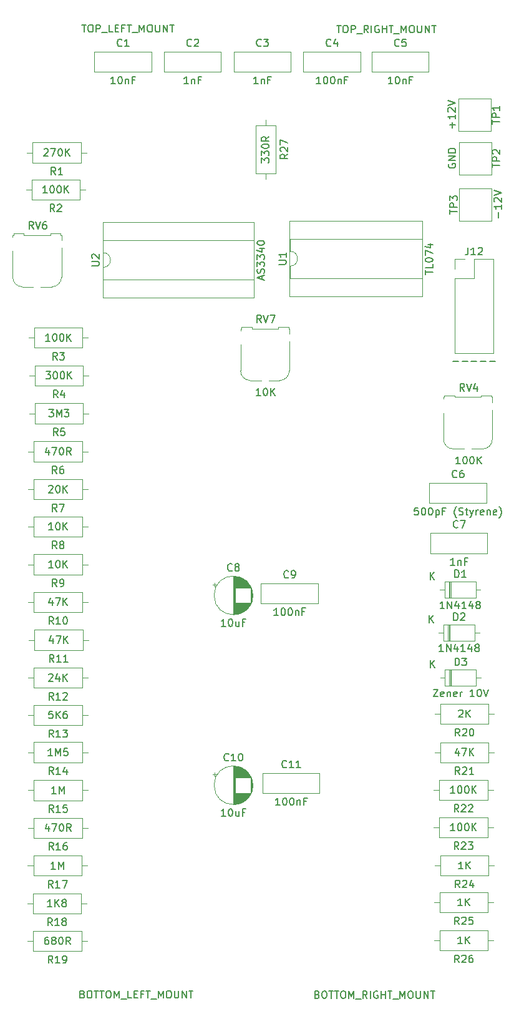
<source format=gbr>
%TF.GenerationSoftware,KiCad,Pcbnew,5.1.7*%
%TF.CreationDate,2020-11-09T18:52:16+01:00*%
%TF.ProjectId,AS3340-VCO,41533333-3430-42d5-9643-4f2e6b696361,1*%
%TF.SameCoordinates,Original*%
%TF.FileFunction,Legend,Top*%
%TF.FilePolarity,Positive*%
%FSLAX46Y46*%
G04 Gerber Fmt 4.6, Leading zero omitted, Abs format (unit mm)*
G04 Created by KiCad (PCBNEW 5.1.7) date 2020-11-09 18:52:16*
%MOMM*%
%LPD*%
G01*
G04 APERTURE LIST*
%ADD10C,0.120000*%
%ADD11C,0.150000*%
G04 APERTURE END LIST*
D10*
%TO.C,C10*%
X145280000Y-123100000D02*
G75*
G03*
X145280000Y-123100000I-2620000J0D01*
G01*
X142660000Y-120520000D02*
X142660000Y-125680000D01*
X142700000Y-120520000D02*
X142700000Y-125680000D01*
X142740000Y-120521000D02*
X142740000Y-125679000D01*
X142780000Y-120522000D02*
X142780000Y-125678000D01*
X142820000Y-120524000D02*
X142820000Y-125676000D01*
X142860000Y-120527000D02*
X142860000Y-125673000D01*
X142900000Y-120531000D02*
X142900000Y-122060000D01*
X142900000Y-124140000D02*
X142900000Y-125669000D01*
X142940000Y-120535000D02*
X142940000Y-122060000D01*
X142940000Y-124140000D02*
X142940000Y-125665000D01*
X142980000Y-120539000D02*
X142980000Y-122060000D01*
X142980000Y-124140000D02*
X142980000Y-125661000D01*
X143020000Y-120544000D02*
X143020000Y-122060000D01*
X143020000Y-124140000D02*
X143020000Y-125656000D01*
X143060000Y-120550000D02*
X143060000Y-122060000D01*
X143060000Y-124140000D02*
X143060000Y-125650000D01*
X143100000Y-120557000D02*
X143100000Y-122060000D01*
X143100000Y-124140000D02*
X143100000Y-125643000D01*
X143140000Y-120564000D02*
X143140000Y-122060000D01*
X143140000Y-124140000D02*
X143140000Y-125636000D01*
X143180000Y-120572000D02*
X143180000Y-122060000D01*
X143180000Y-124140000D02*
X143180000Y-125628000D01*
X143220000Y-120580000D02*
X143220000Y-122060000D01*
X143220000Y-124140000D02*
X143220000Y-125620000D01*
X143260000Y-120589000D02*
X143260000Y-122060000D01*
X143260000Y-124140000D02*
X143260000Y-125611000D01*
X143300000Y-120599000D02*
X143300000Y-122060000D01*
X143300000Y-124140000D02*
X143300000Y-125601000D01*
X143340000Y-120609000D02*
X143340000Y-122060000D01*
X143340000Y-124140000D02*
X143340000Y-125591000D01*
X143381000Y-120620000D02*
X143381000Y-122060000D01*
X143381000Y-124140000D02*
X143381000Y-125580000D01*
X143421000Y-120632000D02*
X143421000Y-122060000D01*
X143421000Y-124140000D02*
X143421000Y-125568000D01*
X143461000Y-120645000D02*
X143461000Y-122060000D01*
X143461000Y-124140000D02*
X143461000Y-125555000D01*
X143501000Y-120658000D02*
X143501000Y-122060000D01*
X143501000Y-124140000D02*
X143501000Y-125542000D01*
X143541000Y-120672000D02*
X143541000Y-122060000D01*
X143541000Y-124140000D02*
X143541000Y-125528000D01*
X143581000Y-120686000D02*
X143581000Y-122060000D01*
X143581000Y-124140000D02*
X143581000Y-125514000D01*
X143621000Y-120702000D02*
X143621000Y-122060000D01*
X143621000Y-124140000D02*
X143621000Y-125498000D01*
X143661000Y-120718000D02*
X143661000Y-122060000D01*
X143661000Y-124140000D02*
X143661000Y-125482000D01*
X143701000Y-120735000D02*
X143701000Y-122060000D01*
X143701000Y-124140000D02*
X143701000Y-125465000D01*
X143741000Y-120752000D02*
X143741000Y-122060000D01*
X143741000Y-124140000D02*
X143741000Y-125448000D01*
X143781000Y-120771000D02*
X143781000Y-122060000D01*
X143781000Y-124140000D02*
X143781000Y-125429000D01*
X143821000Y-120790000D02*
X143821000Y-122060000D01*
X143821000Y-124140000D02*
X143821000Y-125410000D01*
X143861000Y-120810000D02*
X143861000Y-122060000D01*
X143861000Y-124140000D02*
X143861000Y-125390000D01*
X143901000Y-120832000D02*
X143901000Y-122060000D01*
X143901000Y-124140000D02*
X143901000Y-125368000D01*
X143941000Y-120853000D02*
X143941000Y-122060000D01*
X143941000Y-124140000D02*
X143941000Y-125347000D01*
X143981000Y-120876000D02*
X143981000Y-122060000D01*
X143981000Y-124140000D02*
X143981000Y-125324000D01*
X144021000Y-120900000D02*
X144021000Y-122060000D01*
X144021000Y-124140000D02*
X144021000Y-125300000D01*
X144061000Y-120925000D02*
X144061000Y-122060000D01*
X144061000Y-124140000D02*
X144061000Y-125275000D01*
X144101000Y-120951000D02*
X144101000Y-122060000D01*
X144101000Y-124140000D02*
X144101000Y-125249000D01*
X144141000Y-120978000D02*
X144141000Y-122060000D01*
X144141000Y-124140000D02*
X144141000Y-125222000D01*
X144181000Y-121005000D02*
X144181000Y-122060000D01*
X144181000Y-124140000D02*
X144181000Y-125195000D01*
X144221000Y-121035000D02*
X144221000Y-122060000D01*
X144221000Y-124140000D02*
X144221000Y-125165000D01*
X144261000Y-121065000D02*
X144261000Y-122060000D01*
X144261000Y-124140000D02*
X144261000Y-125135000D01*
X144301000Y-121096000D02*
X144301000Y-122060000D01*
X144301000Y-124140000D02*
X144301000Y-125104000D01*
X144341000Y-121129000D02*
X144341000Y-122060000D01*
X144341000Y-124140000D02*
X144341000Y-125071000D01*
X144381000Y-121163000D02*
X144381000Y-122060000D01*
X144381000Y-124140000D02*
X144381000Y-125037000D01*
X144421000Y-121199000D02*
X144421000Y-122060000D01*
X144421000Y-124140000D02*
X144421000Y-125001000D01*
X144461000Y-121236000D02*
X144461000Y-122060000D01*
X144461000Y-124140000D02*
X144461000Y-124964000D01*
X144501000Y-121274000D02*
X144501000Y-122060000D01*
X144501000Y-124140000D02*
X144501000Y-124926000D01*
X144541000Y-121315000D02*
X144541000Y-122060000D01*
X144541000Y-124140000D02*
X144541000Y-124885000D01*
X144581000Y-121357000D02*
X144581000Y-122060000D01*
X144581000Y-124140000D02*
X144581000Y-124843000D01*
X144621000Y-121401000D02*
X144621000Y-122060000D01*
X144621000Y-124140000D02*
X144621000Y-124799000D01*
X144661000Y-121447000D02*
X144661000Y-122060000D01*
X144661000Y-124140000D02*
X144661000Y-124753000D01*
X144701000Y-121495000D02*
X144701000Y-122060000D01*
X144701000Y-124140000D02*
X144701000Y-124705000D01*
X144741000Y-121546000D02*
X144741000Y-122060000D01*
X144741000Y-124140000D02*
X144741000Y-124654000D01*
X144781000Y-121600000D02*
X144781000Y-122060000D01*
X144781000Y-124140000D02*
X144781000Y-124600000D01*
X144821000Y-121657000D02*
X144821000Y-122060000D01*
X144821000Y-124140000D02*
X144821000Y-124543000D01*
X144861000Y-121717000D02*
X144861000Y-122060000D01*
X144861000Y-124140000D02*
X144861000Y-124483000D01*
X144901000Y-121781000D02*
X144901000Y-122060000D01*
X144901000Y-124140000D02*
X144901000Y-124419000D01*
X144941000Y-121849000D02*
X144941000Y-122060000D01*
X144941000Y-124140000D02*
X144941000Y-124351000D01*
X144981000Y-121922000D02*
X144981000Y-124278000D01*
X145021000Y-122002000D02*
X145021000Y-124198000D01*
X145061000Y-122089000D02*
X145061000Y-124111000D01*
X145101000Y-122185000D02*
X145101000Y-124015000D01*
X145141000Y-122295000D02*
X145141000Y-123905000D01*
X145181000Y-122423000D02*
X145181000Y-123777000D01*
X145221000Y-122582000D02*
X145221000Y-123618000D01*
X145261000Y-122816000D02*
X145261000Y-123384000D01*
X139855225Y-121625000D02*
X140355225Y-121625000D01*
X140105225Y-121375000D02*
X140105225Y-121875000D01*
%TO.C,C8*%
X145280000Y-97340000D02*
G75*
G03*
X145280000Y-97340000I-2620000J0D01*
G01*
X142660000Y-94760000D02*
X142660000Y-99920000D01*
X142700000Y-94760000D02*
X142700000Y-99920000D01*
X142740000Y-94761000D02*
X142740000Y-99919000D01*
X142780000Y-94762000D02*
X142780000Y-99918000D01*
X142820000Y-94764000D02*
X142820000Y-99916000D01*
X142860000Y-94767000D02*
X142860000Y-99913000D01*
X142900000Y-94771000D02*
X142900000Y-96300000D01*
X142900000Y-98380000D02*
X142900000Y-99909000D01*
X142940000Y-94775000D02*
X142940000Y-96300000D01*
X142940000Y-98380000D02*
X142940000Y-99905000D01*
X142980000Y-94779000D02*
X142980000Y-96300000D01*
X142980000Y-98380000D02*
X142980000Y-99901000D01*
X143020000Y-94784000D02*
X143020000Y-96300000D01*
X143020000Y-98380000D02*
X143020000Y-99896000D01*
X143060000Y-94790000D02*
X143060000Y-96300000D01*
X143060000Y-98380000D02*
X143060000Y-99890000D01*
X143100000Y-94797000D02*
X143100000Y-96300000D01*
X143100000Y-98380000D02*
X143100000Y-99883000D01*
X143140000Y-94804000D02*
X143140000Y-96300000D01*
X143140000Y-98380000D02*
X143140000Y-99876000D01*
X143180000Y-94812000D02*
X143180000Y-96300000D01*
X143180000Y-98380000D02*
X143180000Y-99868000D01*
X143220000Y-94820000D02*
X143220000Y-96300000D01*
X143220000Y-98380000D02*
X143220000Y-99860000D01*
X143260000Y-94829000D02*
X143260000Y-96300000D01*
X143260000Y-98380000D02*
X143260000Y-99851000D01*
X143300000Y-94839000D02*
X143300000Y-96300000D01*
X143300000Y-98380000D02*
X143300000Y-99841000D01*
X143340000Y-94849000D02*
X143340000Y-96300000D01*
X143340000Y-98380000D02*
X143340000Y-99831000D01*
X143381000Y-94860000D02*
X143381000Y-96300000D01*
X143381000Y-98380000D02*
X143381000Y-99820000D01*
X143421000Y-94872000D02*
X143421000Y-96300000D01*
X143421000Y-98380000D02*
X143421000Y-99808000D01*
X143461000Y-94885000D02*
X143461000Y-96300000D01*
X143461000Y-98380000D02*
X143461000Y-99795000D01*
X143501000Y-94898000D02*
X143501000Y-96300000D01*
X143501000Y-98380000D02*
X143501000Y-99782000D01*
X143541000Y-94912000D02*
X143541000Y-96300000D01*
X143541000Y-98380000D02*
X143541000Y-99768000D01*
X143581000Y-94926000D02*
X143581000Y-96300000D01*
X143581000Y-98380000D02*
X143581000Y-99754000D01*
X143621000Y-94942000D02*
X143621000Y-96300000D01*
X143621000Y-98380000D02*
X143621000Y-99738000D01*
X143661000Y-94958000D02*
X143661000Y-96300000D01*
X143661000Y-98380000D02*
X143661000Y-99722000D01*
X143701000Y-94975000D02*
X143701000Y-96300000D01*
X143701000Y-98380000D02*
X143701000Y-99705000D01*
X143741000Y-94992000D02*
X143741000Y-96300000D01*
X143741000Y-98380000D02*
X143741000Y-99688000D01*
X143781000Y-95011000D02*
X143781000Y-96300000D01*
X143781000Y-98380000D02*
X143781000Y-99669000D01*
X143821000Y-95030000D02*
X143821000Y-96300000D01*
X143821000Y-98380000D02*
X143821000Y-99650000D01*
X143861000Y-95050000D02*
X143861000Y-96300000D01*
X143861000Y-98380000D02*
X143861000Y-99630000D01*
X143901000Y-95072000D02*
X143901000Y-96300000D01*
X143901000Y-98380000D02*
X143901000Y-99608000D01*
X143941000Y-95093000D02*
X143941000Y-96300000D01*
X143941000Y-98380000D02*
X143941000Y-99587000D01*
X143981000Y-95116000D02*
X143981000Y-96300000D01*
X143981000Y-98380000D02*
X143981000Y-99564000D01*
X144021000Y-95140000D02*
X144021000Y-96300000D01*
X144021000Y-98380000D02*
X144021000Y-99540000D01*
X144061000Y-95165000D02*
X144061000Y-96300000D01*
X144061000Y-98380000D02*
X144061000Y-99515000D01*
X144101000Y-95191000D02*
X144101000Y-96300000D01*
X144101000Y-98380000D02*
X144101000Y-99489000D01*
X144141000Y-95218000D02*
X144141000Y-96300000D01*
X144141000Y-98380000D02*
X144141000Y-99462000D01*
X144181000Y-95245000D02*
X144181000Y-96300000D01*
X144181000Y-98380000D02*
X144181000Y-99435000D01*
X144221000Y-95275000D02*
X144221000Y-96300000D01*
X144221000Y-98380000D02*
X144221000Y-99405000D01*
X144261000Y-95305000D02*
X144261000Y-96300000D01*
X144261000Y-98380000D02*
X144261000Y-99375000D01*
X144301000Y-95336000D02*
X144301000Y-96300000D01*
X144301000Y-98380000D02*
X144301000Y-99344000D01*
X144341000Y-95369000D02*
X144341000Y-96300000D01*
X144341000Y-98380000D02*
X144341000Y-99311000D01*
X144381000Y-95403000D02*
X144381000Y-96300000D01*
X144381000Y-98380000D02*
X144381000Y-99277000D01*
X144421000Y-95439000D02*
X144421000Y-96300000D01*
X144421000Y-98380000D02*
X144421000Y-99241000D01*
X144461000Y-95476000D02*
X144461000Y-96300000D01*
X144461000Y-98380000D02*
X144461000Y-99204000D01*
X144501000Y-95514000D02*
X144501000Y-96300000D01*
X144501000Y-98380000D02*
X144501000Y-99166000D01*
X144541000Y-95555000D02*
X144541000Y-96300000D01*
X144541000Y-98380000D02*
X144541000Y-99125000D01*
X144581000Y-95597000D02*
X144581000Y-96300000D01*
X144581000Y-98380000D02*
X144581000Y-99083000D01*
X144621000Y-95641000D02*
X144621000Y-96300000D01*
X144621000Y-98380000D02*
X144621000Y-99039000D01*
X144661000Y-95687000D02*
X144661000Y-96300000D01*
X144661000Y-98380000D02*
X144661000Y-98993000D01*
X144701000Y-95735000D02*
X144701000Y-96300000D01*
X144701000Y-98380000D02*
X144701000Y-98945000D01*
X144741000Y-95786000D02*
X144741000Y-96300000D01*
X144741000Y-98380000D02*
X144741000Y-98894000D01*
X144781000Y-95840000D02*
X144781000Y-96300000D01*
X144781000Y-98380000D02*
X144781000Y-98840000D01*
X144821000Y-95897000D02*
X144821000Y-96300000D01*
X144821000Y-98380000D02*
X144821000Y-98783000D01*
X144861000Y-95957000D02*
X144861000Y-96300000D01*
X144861000Y-98380000D02*
X144861000Y-98723000D01*
X144901000Y-96021000D02*
X144901000Y-96300000D01*
X144901000Y-98380000D02*
X144901000Y-98659000D01*
X144941000Y-96089000D02*
X144941000Y-96300000D01*
X144941000Y-98380000D02*
X144941000Y-98591000D01*
X144981000Y-96162000D02*
X144981000Y-98518000D01*
X145021000Y-96242000D02*
X145021000Y-98438000D01*
X145061000Y-96329000D02*
X145061000Y-98351000D01*
X145101000Y-96425000D02*
X145101000Y-98255000D01*
X145141000Y-96535000D02*
X145141000Y-98145000D01*
X145181000Y-96663000D02*
X145181000Y-98017000D01*
X145221000Y-96822000D02*
X145221000Y-97858000D01*
X145261000Y-97056000D02*
X145261000Y-97624000D01*
X139855225Y-95865000D02*
X140355225Y-95865000D01*
X140105225Y-95615000D02*
X140105225Y-96115000D01*
%TO.C,U2*%
X124910000Y-46710000D02*
X124910000Y-56990000D01*
X145470000Y-46710000D02*
X124910000Y-46710000D01*
X145470000Y-56990000D02*
X145470000Y-46710000D01*
X124910000Y-56990000D02*
X145470000Y-56990000D01*
X124970000Y-49200000D02*
X124970000Y-50850000D01*
X145410000Y-49200000D02*
X124970000Y-49200000D01*
X145410000Y-54500000D02*
X145410000Y-49200000D01*
X124970000Y-54500000D02*
X145410000Y-54500000D01*
X124970000Y-52850000D02*
X124970000Y-54500000D01*
X124970000Y-50850000D02*
G75*
G02*
X124970000Y-52850000I0J-1000000D01*
G01*
%TO.C,U1*%
X150300000Y-46520000D02*
X150300000Y-56800000D01*
X168320000Y-46520000D02*
X150300000Y-46520000D01*
X168320000Y-56800000D02*
X168320000Y-46520000D01*
X150300000Y-56800000D02*
X168320000Y-56800000D01*
X150360000Y-49010000D02*
X150360000Y-50660000D01*
X168260000Y-49010000D02*
X150360000Y-49010000D01*
X168260000Y-54310000D02*
X168260000Y-49010000D01*
X150360000Y-54310000D02*
X168260000Y-54310000D01*
X150360000Y-52660000D02*
X150360000Y-54310000D01*
X150360000Y-50660000D02*
G75*
G02*
X150360000Y-52660000I0J-1000000D01*
G01*
%TO.C,C11*%
X154340000Y-121450000D02*
X154340000Y-124190000D01*
X146600000Y-121450000D02*
X146600000Y-124190000D01*
X146600000Y-124190000D02*
X154340000Y-124190000D01*
X146600000Y-121450000D02*
X154340000Y-121450000D01*
%TO.C,C9*%
X154120000Y-95700000D02*
X154120000Y-98440000D01*
X146380000Y-95700000D02*
X146380000Y-98440000D01*
X146380000Y-98440000D02*
X154120000Y-98440000D01*
X146380000Y-95700000D02*
X154120000Y-95700000D01*
%TO.C,RV7*%
X150250000Y-61160000D02*
X150250000Y-61850000D01*
X150150000Y-61160000D02*
X150250000Y-61160000D01*
X143630000Y-61160000D02*
X143630000Y-61410000D01*
X143730000Y-61160000D02*
X143630000Y-61160000D01*
X143730000Y-60960000D02*
X143730000Y-61160000D01*
X145150000Y-61160000D02*
X145150000Y-60960000D01*
X148940000Y-68180000D02*
X147450000Y-68180000D01*
X150250000Y-62890000D02*
X150250000Y-66870000D01*
X143630000Y-66870000D02*
X143630000Y-63330000D01*
X146430000Y-68180000D02*
X144940000Y-68180000D01*
X150150000Y-60960000D02*
X150150000Y-61160000D01*
X148730000Y-60960000D02*
X150150000Y-60960000D01*
X148730000Y-61160000D02*
X148730000Y-60960000D01*
X145150000Y-61160000D02*
X148730000Y-61160000D01*
X143730000Y-60960000D02*
X145150000Y-60960000D01*
X144940000Y-68180000D02*
G75*
G02*
X143630000Y-66870000I0J1310000D01*
G01*
X150250000Y-66870000D02*
G75*
G02*
X148940000Y-68180000I-1310000J0D01*
G01*
%TO.C,RV6*%
X119320000Y-48460000D02*
X119320000Y-49150000D01*
X119220000Y-48460000D02*
X119320000Y-48460000D01*
X112700000Y-48460000D02*
X112700000Y-48710000D01*
X112800000Y-48460000D02*
X112700000Y-48460000D01*
X112800000Y-48260000D02*
X112800000Y-48460000D01*
X114220000Y-48460000D02*
X114220000Y-48260000D01*
X118010000Y-55480000D02*
X116520000Y-55480000D01*
X119320000Y-50190000D02*
X119320000Y-54170000D01*
X112700000Y-54170000D02*
X112700000Y-50630000D01*
X115500000Y-55480000D02*
X114010000Y-55480000D01*
X119220000Y-48260000D02*
X119220000Y-48460000D01*
X117800000Y-48260000D02*
X119220000Y-48260000D01*
X117800000Y-48460000D02*
X117800000Y-48260000D01*
X114220000Y-48460000D02*
X117800000Y-48460000D01*
X112800000Y-48260000D02*
X114220000Y-48260000D01*
X114010000Y-55480000D02*
G75*
G02*
X112700000Y-54170000I0J1310000D01*
G01*
X119320000Y-54170000D02*
G75*
G02*
X118010000Y-55480000I-1310000J0D01*
G01*
%TO.C,RV4*%
X177800000Y-70450000D02*
X177800000Y-71140000D01*
X177700000Y-70450000D02*
X177800000Y-70450000D01*
X171180000Y-70450000D02*
X171180000Y-70700000D01*
X171280000Y-70450000D02*
X171180000Y-70450000D01*
X171280000Y-70250000D02*
X171280000Y-70450000D01*
X172700000Y-70450000D02*
X172700000Y-70250000D01*
X176490000Y-77470000D02*
X175000000Y-77470000D01*
X177800000Y-72180000D02*
X177800000Y-76160000D01*
X171180000Y-76160000D02*
X171180000Y-72620000D01*
X173980000Y-77470000D02*
X172490000Y-77470000D01*
X177700000Y-70250000D02*
X177700000Y-70450000D01*
X176280000Y-70250000D02*
X177700000Y-70250000D01*
X176280000Y-70450000D02*
X176280000Y-70250000D01*
X172700000Y-70450000D02*
X176280000Y-70450000D01*
X171280000Y-70250000D02*
X172700000Y-70250000D01*
X172490000Y-77470000D02*
G75*
G02*
X171180000Y-76160000I0J1310000D01*
G01*
X177800000Y-76160000D02*
G75*
G02*
X176490000Y-77470000I-1310000J0D01*
G01*
%TO.C,R27*%
X145670000Y-40110000D02*
X148410000Y-40110000D01*
X148410000Y-40110000D02*
X148410000Y-33570000D01*
X148410000Y-33570000D02*
X145670000Y-33570000D01*
X145670000Y-33570000D02*
X145670000Y-40110000D01*
X147040000Y-40880000D02*
X147040000Y-40110000D01*
X147040000Y-32800000D02*
X147040000Y-33570000D01*
%TO.C,R26*%
X170660000Y-142790000D02*
X170660000Y-145530000D01*
X170660000Y-145530000D02*
X177200000Y-145530000D01*
X177200000Y-145530000D02*
X177200000Y-142790000D01*
X177200000Y-142790000D02*
X170660000Y-142790000D01*
X169890000Y-144160000D02*
X170660000Y-144160000D01*
X177970000Y-144160000D02*
X177200000Y-144160000D01*
%TO.C,R25*%
X170660000Y-137620000D02*
X170660000Y-140360000D01*
X170660000Y-140360000D02*
X177200000Y-140360000D01*
X177200000Y-140360000D02*
X177200000Y-137620000D01*
X177200000Y-137620000D02*
X170660000Y-137620000D01*
X169890000Y-138990000D02*
X170660000Y-138990000D01*
X177970000Y-138990000D02*
X177200000Y-138990000D01*
%TO.C,R24*%
X170760000Y-132640000D02*
X170760000Y-135380000D01*
X170760000Y-135380000D02*
X177300000Y-135380000D01*
X177300000Y-135380000D02*
X177300000Y-132640000D01*
X177300000Y-132640000D02*
X170760000Y-132640000D01*
X169990000Y-134010000D02*
X170760000Y-134010000D01*
X178070000Y-134010000D02*
X177300000Y-134010000D01*
%TO.C,R23*%
X170610000Y-127450000D02*
X170610000Y-130190000D01*
X170610000Y-130190000D02*
X177150000Y-130190000D01*
X177150000Y-130190000D02*
X177150000Y-127450000D01*
X177150000Y-127450000D02*
X170610000Y-127450000D01*
X169840000Y-128820000D02*
X170610000Y-128820000D01*
X177920000Y-128820000D02*
X177150000Y-128820000D01*
%TO.C,R22*%
X170610000Y-122370000D02*
X170610000Y-125110000D01*
X170610000Y-125110000D02*
X177150000Y-125110000D01*
X177150000Y-125110000D02*
X177150000Y-122370000D01*
X177150000Y-122370000D02*
X170610000Y-122370000D01*
X169840000Y-123740000D02*
X170610000Y-123740000D01*
X177920000Y-123740000D02*
X177150000Y-123740000D01*
%TO.C,R21*%
X170750000Y-117280000D02*
X170750000Y-120020000D01*
X170750000Y-120020000D02*
X177290000Y-120020000D01*
X177290000Y-120020000D02*
X177290000Y-117280000D01*
X177290000Y-117280000D02*
X170750000Y-117280000D01*
X169980000Y-118650000D02*
X170750000Y-118650000D01*
X178060000Y-118650000D02*
X177290000Y-118650000D01*
%TO.C,R20*%
X170750000Y-112060000D02*
X170750000Y-114800000D01*
X170750000Y-114800000D02*
X177290000Y-114800000D01*
X177290000Y-114800000D02*
X177290000Y-112060000D01*
X177290000Y-112060000D02*
X170750000Y-112060000D01*
X169980000Y-113430000D02*
X170750000Y-113430000D01*
X178060000Y-113430000D02*
X177290000Y-113430000D01*
%TO.C,R19*%
X115500000Y-142870000D02*
X115500000Y-145610000D01*
X115500000Y-145610000D02*
X122040000Y-145610000D01*
X122040000Y-145610000D02*
X122040000Y-142870000D01*
X122040000Y-142870000D02*
X115500000Y-142870000D01*
X114730000Y-144240000D02*
X115500000Y-144240000D01*
X122810000Y-144240000D02*
X122040000Y-144240000D01*
%TO.C,R18*%
X115440000Y-137780000D02*
X115440000Y-140520000D01*
X115440000Y-140520000D02*
X121980000Y-140520000D01*
X121980000Y-140520000D02*
X121980000Y-137780000D01*
X121980000Y-137780000D02*
X115440000Y-137780000D01*
X114670000Y-139150000D02*
X115440000Y-139150000D01*
X122750000Y-139150000D02*
X121980000Y-139150000D01*
%TO.C,R17*%
X115510000Y-132650000D02*
X115510000Y-135390000D01*
X115510000Y-135390000D02*
X122050000Y-135390000D01*
X122050000Y-135390000D02*
X122050000Y-132650000D01*
X122050000Y-132650000D02*
X115510000Y-132650000D01*
X114740000Y-134020000D02*
X115510000Y-134020000D01*
X122820000Y-134020000D02*
X122050000Y-134020000D01*
%TO.C,R16*%
X115590000Y-127520000D02*
X115590000Y-130260000D01*
X115590000Y-130260000D02*
X122130000Y-130260000D01*
X122130000Y-130260000D02*
X122130000Y-127520000D01*
X122130000Y-127520000D02*
X115590000Y-127520000D01*
X114820000Y-128890000D02*
X115590000Y-128890000D01*
X122900000Y-128890000D02*
X122130000Y-128890000D01*
%TO.C,R15*%
X115590000Y-122410000D02*
X115590000Y-125150000D01*
X115590000Y-125150000D02*
X122130000Y-125150000D01*
X122130000Y-125150000D02*
X122130000Y-122410000D01*
X122130000Y-122410000D02*
X115590000Y-122410000D01*
X114820000Y-123780000D02*
X115590000Y-123780000D01*
X122900000Y-123780000D02*
X122130000Y-123780000D01*
%TO.C,R14*%
X115590000Y-117270000D02*
X115590000Y-120010000D01*
X115590000Y-120010000D02*
X122130000Y-120010000D01*
X122130000Y-120010000D02*
X122130000Y-117270000D01*
X122130000Y-117270000D02*
X115590000Y-117270000D01*
X114820000Y-118640000D02*
X115590000Y-118640000D01*
X122900000Y-118640000D02*
X122130000Y-118640000D01*
%TO.C,R13*%
X115590000Y-112220000D02*
X115590000Y-114960000D01*
X115590000Y-114960000D02*
X122130000Y-114960000D01*
X122130000Y-114960000D02*
X122130000Y-112220000D01*
X122130000Y-112220000D02*
X115590000Y-112220000D01*
X114820000Y-113590000D02*
X115590000Y-113590000D01*
X122900000Y-113590000D02*
X122130000Y-113590000D01*
%TO.C,R12*%
X115590000Y-107160000D02*
X115590000Y-109900000D01*
X115590000Y-109900000D02*
X122130000Y-109900000D01*
X122130000Y-109900000D02*
X122130000Y-107160000D01*
X122130000Y-107160000D02*
X115590000Y-107160000D01*
X114820000Y-108530000D02*
X115590000Y-108530000D01*
X122900000Y-108530000D02*
X122130000Y-108530000D01*
%TO.C,R11*%
X115660000Y-102020000D02*
X115660000Y-104760000D01*
X115660000Y-104760000D02*
X122200000Y-104760000D01*
X122200000Y-104760000D02*
X122200000Y-102020000D01*
X122200000Y-102020000D02*
X115660000Y-102020000D01*
X114890000Y-103390000D02*
X115660000Y-103390000D01*
X122970000Y-103390000D02*
X122200000Y-103390000D01*
%TO.C,R10*%
X115590000Y-96890000D02*
X115590000Y-99630000D01*
X115590000Y-99630000D02*
X122130000Y-99630000D01*
X122130000Y-99630000D02*
X122130000Y-96890000D01*
X122130000Y-96890000D02*
X115590000Y-96890000D01*
X114820000Y-98260000D02*
X115590000Y-98260000D01*
X122900000Y-98260000D02*
X122130000Y-98260000D01*
%TO.C,R9*%
X115590000Y-91780000D02*
X115590000Y-94520000D01*
X115590000Y-94520000D02*
X122130000Y-94520000D01*
X122130000Y-94520000D02*
X122130000Y-91780000D01*
X122130000Y-91780000D02*
X115590000Y-91780000D01*
X114820000Y-93150000D02*
X115590000Y-93150000D01*
X122900000Y-93150000D02*
X122130000Y-93150000D01*
%TO.C,R8*%
X115590000Y-86650000D02*
X115590000Y-89390000D01*
X115590000Y-89390000D02*
X122130000Y-89390000D01*
X122130000Y-89390000D02*
X122130000Y-86650000D01*
X122130000Y-86650000D02*
X115590000Y-86650000D01*
X114820000Y-88020000D02*
X115590000Y-88020000D01*
X122900000Y-88020000D02*
X122130000Y-88020000D01*
%TO.C,R7*%
X115590000Y-81590000D02*
X115590000Y-84330000D01*
X115590000Y-84330000D02*
X122130000Y-84330000D01*
X122130000Y-84330000D02*
X122130000Y-81590000D01*
X122130000Y-81590000D02*
X115590000Y-81590000D01*
X114820000Y-82960000D02*
X115590000Y-82960000D01*
X122900000Y-82960000D02*
X122130000Y-82960000D01*
%TO.C,R6*%
X115590000Y-76460000D02*
X115590000Y-79200000D01*
X115590000Y-79200000D02*
X122130000Y-79200000D01*
X122130000Y-79200000D02*
X122130000Y-76460000D01*
X122130000Y-76460000D02*
X115590000Y-76460000D01*
X114820000Y-77830000D02*
X115590000Y-77830000D01*
X122900000Y-77830000D02*
X122130000Y-77830000D01*
%TO.C,R5*%
X115720000Y-71290000D02*
X115720000Y-74030000D01*
X115720000Y-74030000D02*
X122260000Y-74030000D01*
X122260000Y-74030000D02*
X122260000Y-71290000D01*
X122260000Y-71290000D02*
X115720000Y-71290000D01*
X114950000Y-72660000D02*
X115720000Y-72660000D01*
X123030000Y-72660000D02*
X122260000Y-72660000D01*
%TO.C,R4*%
X115720000Y-66160000D02*
X115720000Y-68900000D01*
X115720000Y-68900000D02*
X122260000Y-68900000D01*
X122260000Y-68900000D02*
X122260000Y-66160000D01*
X122260000Y-66160000D02*
X115720000Y-66160000D01*
X114950000Y-67530000D02*
X115720000Y-67530000D01*
X123030000Y-67530000D02*
X122260000Y-67530000D01*
%TO.C,R3*%
X115640000Y-61020000D02*
X115640000Y-63760000D01*
X115640000Y-63760000D02*
X122180000Y-63760000D01*
X122180000Y-63760000D02*
X122180000Y-61020000D01*
X122180000Y-61020000D02*
X115640000Y-61020000D01*
X114870000Y-62390000D02*
X115640000Y-62390000D01*
X122950000Y-62390000D02*
X122180000Y-62390000D01*
%TO.C,R2*%
X115280000Y-40920000D02*
X115280000Y-43660000D01*
X115280000Y-43660000D02*
X121820000Y-43660000D01*
X121820000Y-43660000D02*
X121820000Y-40920000D01*
X121820000Y-40920000D02*
X115280000Y-40920000D01*
X114510000Y-42290000D02*
X115280000Y-42290000D01*
X122590000Y-42290000D02*
X121820000Y-42290000D01*
%TO.C,R1*%
X115420000Y-35910000D02*
X115420000Y-38650000D01*
X115420000Y-38650000D02*
X121960000Y-38650000D01*
X121960000Y-38650000D02*
X121960000Y-35910000D01*
X121960000Y-35910000D02*
X115420000Y-35910000D01*
X114650000Y-37280000D02*
X115420000Y-37280000D01*
X122730000Y-37280000D02*
X121960000Y-37280000D01*
%TO.C,J12*%
X172710000Y-51690000D02*
X174040000Y-51690000D01*
X172710000Y-53020000D02*
X172710000Y-51690000D01*
X175310000Y-51690000D02*
X177910000Y-51690000D01*
X175310000Y-54290000D02*
X175310000Y-51690000D01*
X172710000Y-54290000D02*
X175310000Y-54290000D01*
X177910000Y-51690000D02*
X177910000Y-64510000D01*
X172710000Y-54290000D02*
X172710000Y-64510000D01*
X172710000Y-64510000D02*
X177910000Y-64510000D01*
%TO.C,D3*%
X171980000Y-107400000D02*
X171980000Y-109640000D01*
X172220000Y-107400000D02*
X172220000Y-109640000D01*
X172100000Y-107400000D02*
X172100000Y-109640000D01*
X176270000Y-108520000D02*
X175620000Y-108520000D01*
X170730000Y-108520000D02*
X171380000Y-108520000D01*
X175620000Y-107400000D02*
X171380000Y-107400000D01*
X175620000Y-109640000D02*
X175620000Y-107400000D01*
X171380000Y-109640000D02*
X175620000Y-109640000D01*
X171380000Y-107400000D02*
X171380000Y-109640000D01*
%TO.C,D2*%
X171780000Y-101290000D02*
X171780000Y-103530000D01*
X172020000Y-101290000D02*
X172020000Y-103530000D01*
X171900000Y-101290000D02*
X171900000Y-103530000D01*
X176070000Y-102410000D02*
X175420000Y-102410000D01*
X170530000Y-102410000D02*
X171180000Y-102410000D01*
X175420000Y-101290000D02*
X171180000Y-101290000D01*
X175420000Y-103530000D02*
X175420000Y-101290000D01*
X171180000Y-103530000D02*
X175420000Y-103530000D01*
X171180000Y-101290000D02*
X171180000Y-103530000D01*
%TO.C,D1*%
X171920000Y-95450000D02*
X171920000Y-97690000D01*
X172160000Y-95450000D02*
X172160000Y-97690000D01*
X172040000Y-95450000D02*
X172040000Y-97690000D01*
X176210000Y-96570000D02*
X175560000Y-96570000D01*
X170670000Y-96570000D02*
X171320000Y-96570000D01*
X175560000Y-95450000D02*
X171320000Y-95450000D01*
X175560000Y-97690000D02*
X175560000Y-95450000D01*
X171320000Y-97690000D02*
X175560000Y-97690000D01*
X171320000Y-95450000D02*
X171320000Y-97690000D01*
%TO.C,C7*%
X169390000Y-88890000D02*
X177130000Y-88890000D01*
X169390000Y-91630000D02*
X177130000Y-91630000D01*
X169390000Y-88890000D02*
X169390000Y-91630000D01*
X177130000Y-88890000D02*
X177130000Y-91630000D01*
%TO.C,C6*%
X169240000Y-82080000D02*
X176980000Y-82080000D01*
X169240000Y-84820000D02*
X176980000Y-84820000D01*
X169240000Y-82080000D02*
X169240000Y-84820000D01*
X176980000Y-82080000D02*
X176980000Y-84820000D01*
%TO.C,C5*%
X161420000Y-23580000D02*
X169160000Y-23580000D01*
X161420000Y-26320000D02*
X169160000Y-26320000D01*
X161420000Y-23580000D02*
X161420000Y-26320000D01*
X169160000Y-23580000D02*
X169160000Y-26320000D01*
%TO.C,C4*%
X152150000Y-23580000D02*
X159890000Y-23580000D01*
X152150000Y-26320000D02*
X159890000Y-26320000D01*
X152150000Y-23580000D02*
X152150000Y-26320000D01*
X159890000Y-23580000D02*
X159890000Y-26320000D01*
%TO.C,C3*%
X142690000Y-23580000D02*
X150430000Y-23580000D01*
X142690000Y-26320000D02*
X150430000Y-26320000D01*
X142690000Y-23580000D02*
X142690000Y-26320000D01*
X150430000Y-23580000D02*
X150430000Y-26320000D01*
%TO.C,C2*%
X133230000Y-23580000D02*
X140970000Y-23580000D01*
X133230000Y-26320000D02*
X140970000Y-26320000D01*
X133230000Y-23580000D02*
X133230000Y-26320000D01*
X140970000Y-23580000D02*
X140970000Y-26320000D01*
%TO.C,C1*%
X123770000Y-23580000D02*
X131510000Y-23580000D01*
X123770000Y-26320000D02*
X131510000Y-26320000D01*
X123770000Y-23580000D02*
X123770000Y-26320000D01*
X131510000Y-23580000D02*
X131510000Y-26320000D01*
%TO.C,TP3*%
X173270000Y-46520000D02*
X173270000Y-42120000D01*
X173270000Y-42120000D02*
X177670000Y-42120000D01*
X177670000Y-42120000D02*
X177670000Y-46520000D01*
X177670000Y-46520000D02*
X173270000Y-46520000D01*
%TO.C,TP2*%
X177670000Y-35830000D02*
X177670000Y-40230000D01*
X177670000Y-40230000D02*
X173270000Y-40230000D01*
X173270000Y-40230000D02*
X173270000Y-35830000D01*
X173270000Y-35830000D02*
X177670000Y-35830000D01*
%TO.C,TP1*%
X177610000Y-29920000D02*
X177610000Y-34320000D01*
X177610000Y-34320000D02*
X173210000Y-34320000D01*
X173210000Y-34320000D02*
X173210000Y-29920000D01*
X173210000Y-29920000D02*
X177610000Y-29920000D01*
%TO.C,TOP_LEFT_MOUNT*%
D11*
X122088095Y-19912380D02*
X122659523Y-19912380D01*
X122373809Y-20912380D02*
X122373809Y-19912380D01*
X123183333Y-19912380D02*
X123373809Y-19912380D01*
X123469047Y-19960000D01*
X123564285Y-20055238D01*
X123611904Y-20245714D01*
X123611904Y-20579047D01*
X123564285Y-20769523D01*
X123469047Y-20864761D01*
X123373809Y-20912380D01*
X123183333Y-20912380D01*
X123088095Y-20864761D01*
X122992857Y-20769523D01*
X122945238Y-20579047D01*
X122945238Y-20245714D01*
X122992857Y-20055238D01*
X123088095Y-19960000D01*
X123183333Y-19912380D01*
X124040476Y-20912380D02*
X124040476Y-19912380D01*
X124421428Y-19912380D01*
X124516666Y-19960000D01*
X124564285Y-20007619D01*
X124611904Y-20102857D01*
X124611904Y-20245714D01*
X124564285Y-20340952D01*
X124516666Y-20388571D01*
X124421428Y-20436190D01*
X124040476Y-20436190D01*
X124802380Y-21007619D02*
X125564285Y-21007619D01*
X126278571Y-20912380D02*
X125802380Y-20912380D01*
X125802380Y-19912380D01*
X126611904Y-20388571D02*
X126945238Y-20388571D01*
X127088095Y-20912380D02*
X126611904Y-20912380D01*
X126611904Y-19912380D01*
X127088095Y-19912380D01*
X127850000Y-20388571D02*
X127516666Y-20388571D01*
X127516666Y-20912380D02*
X127516666Y-19912380D01*
X127992857Y-19912380D01*
X128230952Y-19912380D02*
X128802380Y-19912380D01*
X128516666Y-20912380D02*
X128516666Y-19912380D01*
X128897619Y-21007619D02*
X129659523Y-21007619D01*
X129897619Y-20912380D02*
X129897619Y-19912380D01*
X130230952Y-20626666D01*
X130564285Y-19912380D01*
X130564285Y-20912380D01*
X131230952Y-19912380D02*
X131421428Y-19912380D01*
X131516666Y-19960000D01*
X131611904Y-20055238D01*
X131659523Y-20245714D01*
X131659523Y-20579047D01*
X131611904Y-20769523D01*
X131516666Y-20864761D01*
X131421428Y-20912380D01*
X131230952Y-20912380D01*
X131135714Y-20864761D01*
X131040476Y-20769523D01*
X130992857Y-20579047D01*
X130992857Y-20245714D01*
X131040476Y-20055238D01*
X131135714Y-19960000D01*
X131230952Y-19912380D01*
X132088095Y-19912380D02*
X132088095Y-20721904D01*
X132135714Y-20817142D01*
X132183333Y-20864761D01*
X132278571Y-20912380D01*
X132469047Y-20912380D01*
X132564285Y-20864761D01*
X132611904Y-20817142D01*
X132659523Y-20721904D01*
X132659523Y-19912380D01*
X133135714Y-20912380D02*
X133135714Y-19912380D01*
X133707142Y-20912380D01*
X133707142Y-19912380D01*
X134040476Y-19912380D02*
X134611904Y-19912380D01*
X134326190Y-20912380D02*
X134326190Y-19912380D01*
%TO.C,TOP_RIGHT_MOUNT*%
X156681904Y-20002380D02*
X157253333Y-20002380D01*
X156967619Y-21002380D02*
X156967619Y-20002380D01*
X157777142Y-20002380D02*
X157967619Y-20002380D01*
X158062857Y-20050000D01*
X158158095Y-20145238D01*
X158205714Y-20335714D01*
X158205714Y-20669047D01*
X158158095Y-20859523D01*
X158062857Y-20954761D01*
X157967619Y-21002380D01*
X157777142Y-21002380D01*
X157681904Y-20954761D01*
X157586666Y-20859523D01*
X157539047Y-20669047D01*
X157539047Y-20335714D01*
X157586666Y-20145238D01*
X157681904Y-20050000D01*
X157777142Y-20002380D01*
X158634285Y-21002380D02*
X158634285Y-20002380D01*
X159015238Y-20002380D01*
X159110476Y-20050000D01*
X159158095Y-20097619D01*
X159205714Y-20192857D01*
X159205714Y-20335714D01*
X159158095Y-20430952D01*
X159110476Y-20478571D01*
X159015238Y-20526190D01*
X158634285Y-20526190D01*
X159396190Y-21097619D02*
X160158095Y-21097619D01*
X160967619Y-21002380D02*
X160634285Y-20526190D01*
X160396190Y-21002380D02*
X160396190Y-20002380D01*
X160777142Y-20002380D01*
X160872380Y-20050000D01*
X160920000Y-20097619D01*
X160967619Y-20192857D01*
X160967619Y-20335714D01*
X160920000Y-20430952D01*
X160872380Y-20478571D01*
X160777142Y-20526190D01*
X160396190Y-20526190D01*
X161396190Y-21002380D02*
X161396190Y-20002380D01*
X162396190Y-20050000D02*
X162300952Y-20002380D01*
X162158095Y-20002380D01*
X162015238Y-20050000D01*
X161920000Y-20145238D01*
X161872380Y-20240476D01*
X161824761Y-20430952D01*
X161824761Y-20573809D01*
X161872380Y-20764285D01*
X161920000Y-20859523D01*
X162015238Y-20954761D01*
X162158095Y-21002380D01*
X162253333Y-21002380D01*
X162396190Y-20954761D01*
X162443809Y-20907142D01*
X162443809Y-20573809D01*
X162253333Y-20573809D01*
X162872380Y-21002380D02*
X162872380Y-20002380D01*
X162872380Y-20478571D02*
X163443809Y-20478571D01*
X163443809Y-21002380D02*
X163443809Y-20002380D01*
X163777142Y-20002380D02*
X164348571Y-20002380D01*
X164062857Y-21002380D02*
X164062857Y-20002380D01*
X164443809Y-21097619D02*
X165205714Y-21097619D01*
X165443809Y-21002380D02*
X165443809Y-20002380D01*
X165777142Y-20716666D01*
X166110476Y-20002380D01*
X166110476Y-21002380D01*
X166777142Y-20002380D02*
X166967619Y-20002380D01*
X167062857Y-20050000D01*
X167158095Y-20145238D01*
X167205714Y-20335714D01*
X167205714Y-20669047D01*
X167158095Y-20859523D01*
X167062857Y-20954761D01*
X166967619Y-21002380D01*
X166777142Y-21002380D01*
X166681904Y-20954761D01*
X166586666Y-20859523D01*
X166539047Y-20669047D01*
X166539047Y-20335714D01*
X166586666Y-20145238D01*
X166681904Y-20050000D01*
X166777142Y-20002380D01*
X167634285Y-20002380D02*
X167634285Y-20811904D01*
X167681904Y-20907142D01*
X167729523Y-20954761D01*
X167824761Y-21002380D01*
X168015238Y-21002380D01*
X168110476Y-20954761D01*
X168158095Y-20907142D01*
X168205714Y-20811904D01*
X168205714Y-20002380D01*
X168681904Y-21002380D02*
X168681904Y-20002380D01*
X169253333Y-21002380D01*
X169253333Y-20002380D01*
X169586666Y-20002380D02*
X170158095Y-20002380D01*
X169872380Y-21002380D02*
X169872380Y-20002380D01*
%TO.C,BOTTOM_RIGHT_MOUNT*%
X154041904Y-151498571D02*
X154184761Y-151546190D01*
X154232380Y-151593809D01*
X154280000Y-151689047D01*
X154280000Y-151831904D01*
X154232380Y-151927142D01*
X154184761Y-151974761D01*
X154089523Y-152022380D01*
X153708571Y-152022380D01*
X153708571Y-151022380D01*
X154041904Y-151022380D01*
X154137142Y-151070000D01*
X154184761Y-151117619D01*
X154232380Y-151212857D01*
X154232380Y-151308095D01*
X154184761Y-151403333D01*
X154137142Y-151450952D01*
X154041904Y-151498571D01*
X153708571Y-151498571D01*
X154899047Y-151022380D02*
X155089523Y-151022380D01*
X155184761Y-151070000D01*
X155280000Y-151165238D01*
X155327619Y-151355714D01*
X155327619Y-151689047D01*
X155280000Y-151879523D01*
X155184761Y-151974761D01*
X155089523Y-152022380D01*
X154899047Y-152022380D01*
X154803809Y-151974761D01*
X154708571Y-151879523D01*
X154660952Y-151689047D01*
X154660952Y-151355714D01*
X154708571Y-151165238D01*
X154803809Y-151070000D01*
X154899047Y-151022380D01*
X155613333Y-151022380D02*
X156184761Y-151022380D01*
X155899047Y-152022380D02*
X155899047Y-151022380D01*
X156375238Y-151022380D02*
X156946666Y-151022380D01*
X156660952Y-152022380D02*
X156660952Y-151022380D01*
X157470476Y-151022380D02*
X157660952Y-151022380D01*
X157756190Y-151070000D01*
X157851428Y-151165238D01*
X157899047Y-151355714D01*
X157899047Y-151689047D01*
X157851428Y-151879523D01*
X157756190Y-151974761D01*
X157660952Y-152022380D01*
X157470476Y-152022380D01*
X157375238Y-151974761D01*
X157280000Y-151879523D01*
X157232380Y-151689047D01*
X157232380Y-151355714D01*
X157280000Y-151165238D01*
X157375238Y-151070000D01*
X157470476Y-151022380D01*
X158327619Y-152022380D02*
X158327619Y-151022380D01*
X158660952Y-151736666D01*
X158994285Y-151022380D01*
X158994285Y-152022380D01*
X159232380Y-152117619D02*
X159994285Y-152117619D01*
X160803809Y-152022380D02*
X160470476Y-151546190D01*
X160232380Y-152022380D02*
X160232380Y-151022380D01*
X160613333Y-151022380D01*
X160708571Y-151070000D01*
X160756190Y-151117619D01*
X160803809Y-151212857D01*
X160803809Y-151355714D01*
X160756190Y-151450952D01*
X160708571Y-151498571D01*
X160613333Y-151546190D01*
X160232380Y-151546190D01*
X161232380Y-152022380D02*
X161232380Y-151022380D01*
X162232380Y-151070000D02*
X162137142Y-151022380D01*
X161994285Y-151022380D01*
X161851428Y-151070000D01*
X161756190Y-151165238D01*
X161708571Y-151260476D01*
X161660952Y-151450952D01*
X161660952Y-151593809D01*
X161708571Y-151784285D01*
X161756190Y-151879523D01*
X161851428Y-151974761D01*
X161994285Y-152022380D01*
X162089523Y-152022380D01*
X162232380Y-151974761D01*
X162280000Y-151927142D01*
X162280000Y-151593809D01*
X162089523Y-151593809D01*
X162708571Y-152022380D02*
X162708571Y-151022380D01*
X162708571Y-151498571D02*
X163280000Y-151498571D01*
X163280000Y-152022380D02*
X163280000Y-151022380D01*
X163613333Y-151022380D02*
X164184761Y-151022380D01*
X163899047Y-152022380D02*
X163899047Y-151022380D01*
X164280000Y-152117619D02*
X165041904Y-152117619D01*
X165280000Y-152022380D02*
X165280000Y-151022380D01*
X165613333Y-151736666D01*
X165946666Y-151022380D01*
X165946666Y-152022380D01*
X166613333Y-151022380D02*
X166803809Y-151022380D01*
X166899047Y-151070000D01*
X166994285Y-151165238D01*
X167041904Y-151355714D01*
X167041904Y-151689047D01*
X166994285Y-151879523D01*
X166899047Y-151974761D01*
X166803809Y-152022380D01*
X166613333Y-152022380D01*
X166518095Y-151974761D01*
X166422857Y-151879523D01*
X166375238Y-151689047D01*
X166375238Y-151355714D01*
X166422857Y-151165238D01*
X166518095Y-151070000D01*
X166613333Y-151022380D01*
X167470476Y-151022380D02*
X167470476Y-151831904D01*
X167518095Y-151927142D01*
X167565714Y-151974761D01*
X167660952Y-152022380D01*
X167851428Y-152022380D01*
X167946666Y-151974761D01*
X167994285Y-151927142D01*
X168041904Y-151831904D01*
X168041904Y-151022380D01*
X168518095Y-152022380D02*
X168518095Y-151022380D01*
X169089523Y-152022380D01*
X169089523Y-151022380D01*
X169422857Y-151022380D02*
X169994285Y-151022380D01*
X169708571Y-152022380D02*
X169708571Y-151022380D01*
%TO.C,BOTTOM_LEFT_MOUNT*%
X122178095Y-151458571D02*
X122320952Y-151506190D01*
X122368571Y-151553809D01*
X122416190Y-151649047D01*
X122416190Y-151791904D01*
X122368571Y-151887142D01*
X122320952Y-151934761D01*
X122225714Y-151982380D01*
X121844761Y-151982380D01*
X121844761Y-150982380D01*
X122178095Y-150982380D01*
X122273333Y-151030000D01*
X122320952Y-151077619D01*
X122368571Y-151172857D01*
X122368571Y-151268095D01*
X122320952Y-151363333D01*
X122273333Y-151410952D01*
X122178095Y-151458571D01*
X121844761Y-151458571D01*
X123035238Y-150982380D02*
X123225714Y-150982380D01*
X123320952Y-151030000D01*
X123416190Y-151125238D01*
X123463809Y-151315714D01*
X123463809Y-151649047D01*
X123416190Y-151839523D01*
X123320952Y-151934761D01*
X123225714Y-151982380D01*
X123035238Y-151982380D01*
X122940000Y-151934761D01*
X122844761Y-151839523D01*
X122797142Y-151649047D01*
X122797142Y-151315714D01*
X122844761Y-151125238D01*
X122940000Y-151030000D01*
X123035238Y-150982380D01*
X123749523Y-150982380D02*
X124320952Y-150982380D01*
X124035238Y-151982380D02*
X124035238Y-150982380D01*
X124511428Y-150982380D02*
X125082857Y-150982380D01*
X124797142Y-151982380D02*
X124797142Y-150982380D01*
X125606666Y-150982380D02*
X125797142Y-150982380D01*
X125892380Y-151030000D01*
X125987619Y-151125238D01*
X126035238Y-151315714D01*
X126035238Y-151649047D01*
X125987619Y-151839523D01*
X125892380Y-151934761D01*
X125797142Y-151982380D01*
X125606666Y-151982380D01*
X125511428Y-151934761D01*
X125416190Y-151839523D01*
X125368571Y-151649047D01*
X125368571Y-151315714D01*
X125416190Y-151125238D01*
X125511428Y-151030000D01*
X125606666Y-150982380D01*
X126463809Y-151982380D02*
X126463809Y-150982380D01*
X126797142Y-151696666D01*
X127130476Y-150982380D01*
X127130476Y-151982380D01*
X127368571Y-152077619D02*
X128130476Y-152077619D01*
X128844761Y-151982380D02*
X128368571Y-151982380D01*
X128368571Y-150982380D01*
X129178095Y-151458571D02*
X129511428Y-151458571D01*
X129654285Y-151982380D02*
X129178095Y-151982380D01*
X129178095Y-150982380D01*
X129654285Y-150982380D01*
X130416190Y-151458571D02*
X130082857Y-151458571D01*
X130082857Y-151982380D02*
X130082857Y-150982380D01*
X130559047Y-150982380D01*
X130797142Y-150982380D02*
X131368571Y-150982380D01*
X131082857Y-151982380D02*
X131082857Y-150982380D01*
X131463809Y-152077619D02*
X132225714Y-152077619D01*
X132463809Y-151982380D02*
X132463809Y-150982380D01*
X132797142Y-151696666D01*
X133130476Y-150982380D01*
X133130476Y-151982380D01*
X133797142Y-150982380D02*
X133987619Y-150982380D01*
X134082857Y-151030000D01*
X134178095Y-151125238D01*
X134225714Y-151315714D01*
X134225714Y-151649047D01*
X134178095Y-151839523D01*
X134082857Y-151934761D01*
X133987619Y-151982380D01*
X133797142Y-151982380D01*
X133701904Y-151934761D01*
X133606666Y-151839523D01*
X133559047Y-151649047D01*
X133559047Y-151315714D01*
X133606666Y-151125238D01*
X133701904Y-151030000D01*
X133797142Y-150982380D01*
X134654285Y-150982380D02*
X134654285Y-151791904D01*
X134701904Y-151887142D01*
X134749523Y-151934761D01*
X134844761Y-151982380D01*
X135035238Y-151982380D01*
X135130476Y-151934761D01*
X135178095Y-151887142D01*
X135225714Y-151791904D01*
X135225714Y-150982380D01*
X135701904Y-151982380D02*
X135701904Y-150982380D01*
X136273333Y-151982380D01*
X136273333Y-150982380D01*
X136606666Y-150982380D02*
X137178095Y-150982380D01*
X136892380Y-151982380D02*
X136892380Y-150982380D01*
%TO.C,C10*%
X142017142Y-119707142D02*
X141969523Y-119754761D01*
X141826666Y-119802380D01*
X141731428Y-119802380D01*
X141588571Y-119754761D01*
X141493333Y-119659523D01*
X141445714Y-119564285D01*
X141398095Y-119373809D01*
X141398095Y-119230952D01*
X141445714Y-119040476D01*
X141493333Y-118945238D01*
X141588571Y-118850000D01*
X141731428Y-118802380D01*
X141826666Y-118802380D01*
X141969523Y-118850000D01*
X142017142Y-118897619D01*
X142969523Y-119802380D02*
X142398095Y-119802380D01*
X142683809Y-119802380D02*
X142683809Y-118802380D01*
X142588571Y-118945238D01*
X142493333Y-119040476D01*
X142398095Y-119088095D01*
X143588571Y-118802380D02*
X143683809Y-118802380D01*
X143779047Y-118850000D01*
X143826666Y-118897619D01*
X143874285Y-118992857D01*
X143921904Y-119183333D01*
X143921904Y-119421428D01*
X143874285Y-119611904D01*
X143826666Y-119707142D01*
X143779047Y-119754761D01*
X143683809Y-119802380D01*
X143588571Y-119802380D01*
X143493333Y-119754761D01*
X143445714Y-119707142D01*
X143398095Y-119611904D01*
X143350476Y-119421428D01*
X143350476Y-119183333D01*
X143398095Y-118992857D01*
X143445714Y-118897619D01*
X143493333Y-118850000D01*
X143588571Y-118802380D01*
X141588571Y-127302380D02*
X141017142Y-127302380D01*
X141302857Y-127302380D02*
X141302857Y-126302380D01*
X141207619Y-126445238D01*
X141112380Y-126540476D01*
X141017142Y-126588095D01*
X142207619Y-126302380D02*
X142302857Y-126302380D01*
X142398095Y-126350000D01*
X142445714Y-126397619D01*
X142493333Y-126492857D01*
X142540952Y-126683333D01*
X142540952Y-126921428D01*
X142493333Y-127111904D01*
X142445714Y-127207142D01*
X142398095Y-127254761D01*
X142302857Y-127302380D01*
X142207619Y-127302380D01*
X142112380Y-127254761D01*
X142064761Y-127207142D01*
X142017142Y-127111904D01*
X141969523Y-126921428D01*
X141969523Y-126683333D01*
X142017142Y-126492857D01*
X142064761Y-126397619D01*
X142112380Y-126350000D01*
X142207619Y-126302380D01*
X143398095Y-126635714D02*
X143398095Y-127302380D01*
X142969523Y-126635714D02*
X142969523Y-127159523D01*
X143017142Y-127254761D01*
X143112380Y-127302380D01*
X143255238Y-127302380D01*
X143350476Y-127254761D01*
X143398095Y-127207142D01*
X144207619Y-126778571D02*
X143874285Y-126778571D01*
X143874285Y-127302380D02*
X143874285Y-126302380D01*
X144350476Y-126302380D01*
%TO.C,C8*%
X142493333Y-93947142D02*
X142445714Y-93994761D01*
X142302857Y-94042380D01*
X142207619Y-94042380D01*
X142064761Y-93994761D01*
X141969523Y-93899523D01*
X141921904Y-93804285D01*
X141874285Y-93613809D01*
X141874285Y-93470952D01*
X141921904Y-93280476D01*
X141969523Y-93185238D01*
X142064761Y-93090000D01*
X142207619Y-93042380D01*
X142302857Y-93042380D01*
X142445714Y-93090000D01*
X142493333Y-93137619D01*
X143064761Y-93470952D02*
X142969523Y-93423333D01*
X142921904Y-93375714D01*
X142874285Y-93280476D01*
X142874285Y-93232857D01*
X142921904Y-93137619D01*
X142969523Y-93090000D01*
X143064761Y-93042380D01*
X143255238Y-93042380D01*
X143350476Y-93090000D01*
X143398095Y-93137619D01*
X143445714Y-93232857D01*
X143445714Y-93280476D01*
X143398095Y-93375714D01*
X143350476Y-93423333D01*
X143255238Y-93470952D01*
X143064761Y-93470952D01*
X142969523Y-93518571D01*
X142921904Y-93566190D01*
X142874285Y-93661428D01*
X142874285Y-93851904D01*
X142921904Y-93947142D01*
X142969523Y-93994761D01*
X143064761Y-94042380D01*
X143255238Y-94042380D01*
X143350476Y-93994761D01*
X143398095Y-93947142D01*
X143445714Y-93851904D01*
X143445714Y-93661428D01*
X143398095Y-93566190D01*
X143350476Y-93518571D01*
X143255238Y-93470952D01*
X141588571Y-101542380D02*
X141017142Y-101542380D01*
X141302857Y-101542380D02*
X141302857Y-100542380D01*
X141207619Y-100685238D01*
X141112380Y-100780476D01*
X141017142Y-100828095D01*
X142207619Y-100542380D02*
X142302857Y-100542380D01*
X142398095Y-100590000D01*
X142445714Y-100637619D01*
X142493333Y-100732857D01*
X142540952Y-100923333D01*
X142540952Y-101161428D01*
X142493333Y-101351904D01*
X142445714Y-101447142D01*
X142398095Y-101494761D01*
X142302857Y-101542380D01*
X142207619Y-101542380D01*
X142112380Y-101494761D01*
X142064761Y-101447142D01*
X142017142Y-101351904D01*
X141969523Y-101161428D01*
X141969523Y-100923333D01*
X142017142Y-100732857D01*
X142064761Y-100637619D01*
X142112380Y-100590000D01*
X142207619Y-100542380D01*
X143398095Y-100875714D02*
X143398095Y-101542380D01*
X142969523Y-100875714D02*
X142969523Y-101399523D01*
X143017142Y-101494761D01*
X143112380Y-101542380D01*
X143255238Y-101542380D01*
X143350476Y-101494761D01*
X143398095Y-101447142D01*
X144207619Y-101018571D02*
X143874285Y-101018571D01*
X143874285Y-101542380D02*
X143874285Y-100542380D01*
X144350476Y-100542380D01*
%TO.C,U2*%
X123422380Y-52611904D02*
X124231904Y-52611904D01*
X124327142Y-52564285D01*
X124374761Y-52516666D01*
X124422380Y-52421428D01*
X124422380Y-52230952D01*
X124374761Y-52135714D01*
X124327142Y-52088095D01*
X124231904Y-52040476D01*
X123422380Y-52040476D01*
X123517619Y-51611904D02*
X123470000Y-51564285D01*
X123422380Y-51469047D01*
X123422380Y-51230952D01*
X123470000Y-51135714D01*
X123517619Y-51088095D01*
X123612857Y-51040476D01*
X123708095Y-51040476D01*
X123850952Y-51088095D01*
X124422380Y-51659523D01*
X124422380Y-51040476D01*
X146576666Y-54469047D02*
X146576666Y-53992857D01*
X146862380Y-54564285D02*
X145862380Y-54230952D01*
X146862380Y-53897619D01*
X146814761Y-53611904D02*
X146862380Y-53469047D01*
X146862380Y-53230952D01*
X146814761Y-53135714D01*
X146767142Y-53088095D01*
X146671904Y-53040476D01*
X146576666Y-53040476D01*
X146481428Y-53088095D01*
X146433809Y-53135714D01*
X146386190Y-53230952D01*
X146338571Y-53421428D01*
X146290952Y-53516666D01*
X146243333Y-53564285D01*
X146148095Y-53611904D01*
X146052857Y-53611904D01*
X145957619Y-53564285D01*
X145910000Y-53516666D01*
X145862380Y-53421428D01*
X145862380Y-53183333D01*
X145910000Y-53040476D01*
X145862380Y-52707142D02*
X145862380Y-52088095D01*
X146243333Y-52421428D01*
X146243333Y-52278571D01*
X146290952Y-52183333D01*
X146338571Y-52135714D01*
X146433809Y-52088095D01*
X146671904Y-52088095D01*
X146767142Y-52135714D01*
X146814761Y-52183333D01*
X146862380Y-52278571D01*
X146862380Y-52564285D01*
X146814761Y-52659523D01*
X146767142Y-52707142D01*
X145862380Y-51754761D02*
X145862380Y-51135714D01*
X146243333Y-51469047D01*
X146243333Y-51326190D01*
X146290952Y-51230952D01*
X146338571Y-51183333D01*
X146433809Y-51135714D01*
X146671904Y-51135714D01*
X146767142Y-51183333D01*
X146814761Y-51230952D01*
X146862380Y-51326190D01*
X146862380Y-51611904D01*
X146814761Y-51707142D01*
X146767142Y-51754761D01*
X146195714Y-50278571D02*
X146862380Y-50278571D01*
X145814761Y-50516666D02*
X146529047Y-50754761D01*
X146529047Y-50135714D01*
X145862380Y-49564285D02*
X145862380Y-49469047D01*
X145910000Y-49373809D01*
X145957619Y-49326190D01*
X146052857Y-49278571D01*
X146243333Y-49230952D01*
X146481428Y-49230952D01*
X146671904Y-49278571D01*
X146767142Y-49326190D01*
X146814761Y-49373809D01*
X146862380Y-49469047D01*
X146862380Y-49564285D01*
X146814761Y-49659523D01*
X146767142Y-49707142D01*
X146671904Y-49754761D01*
X146481428Y-49802380D01*
X146243333Y-49802380D01*
X146052857Y-49754761D01*
X145957619Y-49707142D01*
X145910000Y-49659523D01*
X145862380Y-49564285D01*
%TO.C,U1*%
X148812380Y-52421904D02*
X149621904Y-52421904D01*
X149717142Y-52374285D01*
X149764761Y-52326666D01*
X149812380Y-52231428D01*
X149812380Y-52040952D01*
X149764761Y-51945714D01*
X149717142Y-51898095D01*
X149621904Y-51850476D01*
X148812380Y-51850476D01*
X149812380Y-50850476D02*
X149812380Y-51421904D01*
X149812380Y-51136190D02*
X148812380Y-51136190D01*
X148955238Y-51231428D01*
X149050476Y-51326666D01*
X149098095Y-51421904D01*
X168712380Y-53779047D02*
X168712380Y-53207619D01*
X169712380Y-53493333D02*
X168712380Y-53493333D01*
X169712380Y-52398095D02*
X169712380Y-52874285D01*
X168712380Y-52874285D01*
X168712380Y-51874285D02*
X168712380Y-51779047D01*
X168760000Y-51683809D01*
X168807619Y-51636190D01*
X168902857Y-51588571D01*
X169093333Y-51540952D01*
X169331428Y-51540952D01*
X169521904Y-51588571D01*
X169617142Y-51636190D01*
X169664761Y-51683809D01*
X169712380Y-51779047D01*
X169712380Y-51874285D01*
X169664761Y-51969523D01*
X169617142Y-52017142D01*
X169521904Y-52064761D01*
X169331428Y-52112380D01*
X169093333Y-52112380D01*
X168902857Y-52064761D01*
X168807619Y-52017142D01*
X168760000Y-51969523D01*
X168712380Y-51874285D01*
X168712380Y-51207619D02*
X168712380Y-50540952D01*
X169712380Y-50969523D01*
X169045714Y-49731428D02*
X169712380Y-49731428D01*
X168664761Y-49969523D02*
X169379047Y-50207619D01*
X169379047Y-49588571D01*
%TO.C,C11*%
X148962380Y-125812380D02*
X148390952Y-125812380D01*
X148676666Y-125812380D02*
X148676666Y-124812380D01*
X148581428Y-124955238D01*
X148486190Y-125050476D01*
X148390952Y-125098095D01*
X149581428Y-124812380D02*
X149676666Y-124812380D01*
X149771904Y-124860000D01*
X149819523Y-124907619D01*
X149867142Y-125002857D01*
X149914761Y-125193333D01*
X149914761Y-125431428D01*
X149867142Y-125621904D01*
X149819523Y-125717142D01*
X149771904Y-125764761D01*
X149676666Y-125812380D01*
X149581428Y-125812380D01*
X149486190Y-125764761D01*
X149438571Y-125717142D01*
X149390952Y-125621904D01*
X149343333Y-125431428D01*
X149343333Y-125193333D01*
X149390952Y-125002857D01*
X149438571Y-124907619D01*
X149486190Y-124860000D01*
X149581428Y-124812380D01*
X150533809Y-124812380D02*
X150629047Y-124812380D01*
X150724285Y-124860000D01*
X150771904Y-124907619D01*
X150819523Y-125002857D01*
X150867142Y-125193333D01*
X150867142Y-125431428D01*
X150819523Y-125621904D01*
X150771904Y-125717142D01*
X150724285Y-125764761D01*
X150629047Y-125812380D01*
X150533809Y-125812380D01*
X150438571Y-125764761D01*
X150390952Y-125717142D01*
X150343333Y-125621904D01*
X150295714Y-125431428D01*
X150295714Y-125193333D01*
X150343333Y-125002857D01*
X150390952Y-124907619D01*
X150438571Y-124860000D01*
X150533809Y-124812380D01*
X151295714Y-125145714D02*
X151295714Y-125812380D01*
X151295714Y-125240952D02*
X151343333Y-125193333D01*
X151438571Y-125145714D01*
X151581428Y-125145714D01*
X151676666Y-125193333D01*
X151724285Y-125288571D01*
X151724285Y-125812380D01*
X152533809Y-125288571D02*
X152200476Y-125288571D01*
X152200476Y-125812380D02*
X152200476Y-124812380D01*
X152676666Y-124812380D01*
X149867142Y-120637142D02*
X149819523Y-120684761D01*
X149676666Y-120732380D01*
X149581428Y-120732380D01*
X149438571Y-120684761D01*
X149343333Y-120589523D01*
X149295714Y-120494285D01*
X149248095Y-120303809D01*
X149248095Y-120160952D01*
X149295714Y-119970476D01*
X149343333Y-119875238D01*
X149438571Y-119780000D01*
X149581428Y-119732380D01*
X149676666Y-119732380D01*
X149819523Y-119780000D01*
X149867142Y-119827619D01*
X150819523Y-120732380D02*
X150248095Y-120732380D01*
X150533809Y-120732380D02*
X150533809Y-119732380D01*
X150438571Y-119875238D01*
X150343333Y-119970476D01*
X150248095Y-120018095D01*
X151771904Y-120732380D02*
X151200476Y-120732380D01*
X151486190Y-120732380D02*
X151486190Y-119732380D01*
X151390952Y-119875238D01*
X151295714Y-119970476D01*
X151200476Y-120018095D01*
%TO.C,C9*%
X148742380Y-100062380D02*
X148170952Y-100062380D01*
X148456666Y-100062380D02*
X148456666Y-99062380D01*
X148361428Y-99205238D01*
X148266190Y-99300476D01*
X148170952Y-99348095D01*
X149361428Y-99062380D02*
X149456666Y-99062380D01*
X149551904Y-99110000D01*
X149599523Y-99157619D01*
X149647142Y-99252857D01*
X149694761Y-99443333D01*
X149694761Y-99681428D01*
X149647142Y-99871904D01*
X149599523Y-99967142D01*
X149551904Y-100014761D01*
X149456666Y-100062380D01*
X149361428Y-100062380D01*
X149266190Y-100014761D01*
X149218571Y-99967142D01*
X149170952Y-99871904D01*
X149123333Y-99681428D01*
X149123333Y-99443333D01*
X149170952Y-99252857D01*
X149218571Y-99157619D01*
X149266190Y-99110000D01*
X149361428Y-99062380D01*
X150313809Y-99062380D02*
X150409047Y-99062380D01*
X150504285Y-99110000D01*
X150551904Y-99157619D01*
X150599523Y-99252857D01*
X150647142Y-99443333D01*
X150647142Y-99681428D01*
X150599523Y-99871904D01*
X150551904Y-99967142D01*
X150504285Y-100014761D01*
X150409047Y-100062380D01*
X150313809Y-100062380D01*
X150218571Y-100014761D01*
X150170952Y-99967142D01*
X150123333Y-99871904D01*
X150075714Y-99681428D01*
X150075714Y-99443333D01*
X150123333Y-99252857D01*
X150170952Y-99157619D01*
X150218571Y-99110000D01*
X150313809Y-99062380D01*
X151075714Y-99395714D02*
X151075714Y-100062380D01*
X151075714Y-99490952D02*
X151123333Y-99443333D01*
X151218571Y-99395714D01*
X151361428Y-99395714D01*
X151456666Y-99443333D01*
X151504285Y-99538571D01*
X151504285Y-100062380D01*
X152313809Y-99538571D02*
X151980476Y-99538571D01*
X151980476Y-100062380D02*
X151980476Y-99062380D01*
X152456666Y-99062380D01*
X150123333Y-94887142D02*
X150075714Y-94934761D01*
X149932857Y-94982380D01*
X149837619Y-94982380D01*
X149694761Y-94934761D01*
X149599523Y-94839523D01*
X149551904Y-94744285D01*
X149504285Y-94553809D01*
X149504285Y-94410952D01*
X149551904Y-94220476D01*
X149599523Y-94125238D01*
X149694761Y-94030000D01*
X149837619Y-93982380D01*
X149932857Y-93982380D01*
X150075714Y-94030000D01*
X150123333Y-94077619D01*
X150599523Y-94982380D02*
X150790000Y-94982380D01*
X150885238Y-94934761D01*
X150932857Y-94887142D01*
X151028095Y-94744285D01*
X151075714Y-94553809D01*
X151075714Y-94172857D01*
X151028095Y-94077619D01*
X150980476Y-94030000D01*
X150885238Y-93982380D01*
X150694761Y-93982380D01*
X150599523Y-94030000D01*
X150551904Y-94077619D01*
X150504285Y-94172857D01*
X150504285Y-94410952D01*
X150551904Y-94506190D01*
X150599523Y-94553809D01*
X150694761Y-94601428D01*
X150885238Y-94601428D01*
X150980476Y-94553809D01*
X151028095Y-94506190D01*
X151075714Y-94410952D01*
%TO.C,RV7*%
X146444761Y-60322380D02*
X146111428Y-59846190D01*
X145873333Y-60322380D02*
X145873333Y-59322380D01*
X146254285Y-59322380D01*
X146349523Y-59370000D01*
X146397142Y-59417619D01*
X146444761Y-59512857D01*
X146444761Y-59655714D01*
X146397142Y-59750952D01*
X146349523Y-59798571D01*
X146254285Y-59846190D01*
X145873333Y-59846190D01*
X146730476Y-59322380D02*
X147063809Y-60322380D01*
X147397142Y-59322380D01*
X147635238Y-59322380D02*
X148301904Y-59322380D01*
X147873333Y-60322380D01*
X146349523Y-70222380D02*
X145778095Y-70222380D01*
X146063809Y-70222380D02*
X146063809Y-69222380D01*
X145968571Y-69365238D01*
X145873333Y-69460476D01*
X145778095Y-69508095D01*
X146968571Y-69222380D02*
X147063809Y-69222380D01*
X147159047Y-69270000D01*
X147206666Y-69317619D01*
X147254285Y-69412857D01*
X147301904Y-69603333D01*
X147301904Y-69841428D01*
X147254285Y-70031904D01*
X147206666Y-70127142D01*
X147159047Y-70174761D01*
X147063809Y-70222380D01*
X146968571Y-70222380D01*
X146873333Y-70174761D01*
X146825714Y-70127142D01*
X146778095Y-70031904D01*
X146730476Y-69841428D01*
X146730476Y-69603333D01*
X146778095Y-69412857D01*
X146825714Y-69317619D01*
X146873333Y-69270000D01*
X146968571Y-69222380D01*
X147730476Y-70222380D02*
X147730476Y-69222380D01*
X148301904Y-70222380D02*
X147873333Y-69650952D01*
X148301904Y-69222380D02*
X147730476Y-69793809D01*
%TO.C,RV6*%
X115514761Y-47622380D02*
X115181428Y-47146190D01*
X114943333Y-47622380D02*
X114943333Y-46622380D01*
X115324285Y-46622380D01*
X115419523Y-46670000D01*
X115467142Y-46717619D01*
X115514761Y-46812857D01*
X115514761Y-46955714D01*
X115467142Y-47050952D01*
X115419523Y-47098571D01*
X115324285Y-47146190D01*
X114943333Y-47146190D01*
X115800476Y-46622380D02*
X116133809Y-47622380D01*
X116467142Y-46622380D01*
X117229047Y-46622380D02*
X117038571Y-46622380D01*
X116943333Y-46670000D01*
X116895714Y-46717619D01*
X116800476Y-46860476D01*
X116752857Y-47050952D01*
X116752857Y-47431904D01*
X116800476Y-47527142D01*
X116848095Y-47574761D01*
X116943333Y-47622380D01*
X117133809Y-47622380D01*
X117229047Y-47574761D01*
X117276666Y-47527142D01*
X117324285Y-47431904D01*
X117324285Y-47193809D01*
X117276666Y-47098571D01*
X117229047Y-47050952D01*
X117133809Y-47003333D01*
X116943333Y-47003333D01*
X116848095Y-47050952D01*
X116800476Y-47098571D01*
X116752857Y-47193809D01*
%TO.C,RV4*%
X173994761Y-69612380D02*
X173661428Y-69136190D01*
X173423333Y-69612380D02*
X173423333Y-68612380D01*
X173804285Y-68612380D01*
X173899523Y-68660000D01*
X173947142Y-68707619D01*
X173994761Y-68802857D01*
X173994761Y-68945714D01*
X173947142Y-69040952D01*
X173899523Y-69088571D01*
X173804285Y-69136190D01*
X173423333Y-69136190D01*
X174280476Y-68612380D02*
X174613809Y-69612380D01*
X174947142Y-68612380D01*
X175709047Y-68945714D02*
X175709047Y-69612380D01*
X175470952Y-68564761D02*
X175232857Y-69279047D01*
X175851904Y-69279047D01*
X173423333Y-79512380D02*
X172851904Y-79512380D01*
X173137619Y-79512380D02*
X173137619Y-78512380D01*
X173042380Y-78655238D01*
X172947142Y-78750476D01*
X172851904Y-78798095D01*
X174042380Y-78512380D02*
X174137619Y-78512380D01*
X174232857Y-78560000D01*
X174280476Y-78607619D01*
X174328095Y-78702857D01*
X174375714Y-78893333D01*
X174375714Y-79131428D01*
X174328095Y-79321904D01*
X174280476Y-79417142D01*
X174232857Y-79464761D01*
X174137619Y-79512380D01*
X174042380Y-79512380D01*
X173947142Y-79464761D01*
X173899523Y-79417142D01*
X173851904Y-79321904D01*
X173804285Y-79131428D01*
X173804285Y-78893333D01*
X173851904Y-78702857D01*
X173899523Y-78607619D01*
X173947142Y-78560000D01*
X174042380Y-78512380D01*
X174994761Y-78512380D02*
X175090000Y-78512380D01*
X175185238Y-78560000D01*
X175232857Y-78607619D01*
X175280476Y-78702857D01*
X175328095Y-78893333D01*
X175328095Y-79131428D01*
X175280476Y-79321904D01*
X175232857Y-79417142D01*
X175185238Y-79464761D01*
X175090000Y-79512380D01*
X174994761Y-79512380D01*
X174899523Y-79464761D01*
X174851904Y-79417142D01*
X174804285Y-79321904D01*
X174756666Y-79131428D01*
X174756666Y-78893333D01*
X174804285Y-78702857D01*
X174851904Y-78607619D01*
X174899523Y-78560000D01*
X174994761Y-78512380D01*
X175756666Y-79512380D02*
X175756666Y-78512380D01*
X176328095Y-79512380D02*
X175899523Y-78940952D01*
X176328095Y-78512380D02*
X175756666Y-79083809D01*
%TO.C,R27*%
X146492380Y-38625714D02*
X146492380Y-38006666D01*
X146873333Y-38340000D01*
X146873333Y-38197142D01*
X146920952Y-38101904D01*
X146968571Y-38054285D01*
X147063809Y-38006666D01*
X147301904Y-38006666D01*
X147397142Y-38054285D01*
X147444761Y-38101904D01*
X147492380Y-38197142D01*
X147492380Y-38482857D01*
X147444761Y-38578095D01*
X147397142Y-38625714D01*
X146492380Y-37673333D02*
X146492380Y-37054285D01*
X146873333Y-37387619D01*
X146873333Y-37244761D01*
X146920952Y-37149523D01*
X146968571Y-37101904D01*
X147063809Y-37054285D01*
X147301904Y-37054285D01*
X147397142Y-37101904D01*
X147444761Y-37149523D01*
X147492380Y-37244761D01*
X147492380Y-37530476D01*
X147444761Y-37625714D01*
X147397142Y-37673333D01*
X146492380Y-36435238D02*
X146492380Y-36340000D01*
X146540000Y-36244761D01*
X146587619Y-36197142D01*
X146682857Y-36149523D01*
X146873333Y-36101904D01*
X147111428Y-36101904D01*
X147301904Y-36149523D01*
X147397142Y-36197142D01*
X147444761Y-36244761D01*
X147492380Y-36340000D01*
X147492380Y-36435238D01*
X147444761Y-36530476D01*
X147397142Y-36578095D01*
X147301904Y-36625714D01*
X147111428Y-36673333D01*
X146873333Y-36673333D01*
X146682857Y-36625714D01*
X146587619Y-36578095D01*
X146540000Y-36530476D01*
X146492380Y-36435238D01*
X147492380Y-35101904D02*
X147016190Y-35435238D01*
X147492380Y-35673333D02*
X146492380Y-35673333D01*
X146492380Y-35292380D01*
X146540000Y-35197142D01*
X146587619Y-35149523D01*
X146682857Y-35101904D01*
X146825714Y-35101904D01*
X146920952Y-35149523D01*
X146968571Y-35197142D01*
X147016190Y-35292380D01*
X147016190Y-35673333D01*
X150032380Y-37482857D02*
X149556190Y-37816190D01*
X150032380Y-38054285D02*
X149032380Y-38054285D01*
X149032380Y-37673333D01*
X149080000Y-37578095D01*
X149127619Y-37530476D01*
X149222857Y-37482857D01*
X149365714Y-37482857D01*
X149460952Y-37530476D01*
X149508571Y-37578095D01*
X149556190Y-37673333D01*
X149556190Y-38054285D01*
X149127619Y-37101904D02*
X149080000Y-37054285D01*
X149032380Y-36959047D01*
X149032380Y-36720952D01*
X149080000Y-36625714D01*
X149127619Y-36578095D01*
X149222857Y-36530476D01*
X149318095Y-36530476D01*
X149460952Y-36578095D01*
X150032380Y-37149523D01*
X150032380Y-36530476D01*
X149032380Y-36197142D02*
X149032380Y-35530476D01*
X150032380Y-35959047D01*
%TO.C,R26*%
X173715714Y-144612380D02*
X173144285Y-144612380D01*
X173430000Y-144612380D02*
X173430000Y-143612380D01*
X173334761Y-143755238D01*
X173239523Y-143850476D01*
X173144285Y-143898095D01*
X174144285Y-144612380D02*
X174144285Y-143612380D01*
X174715714Y-144612380D02*
X174287142Y-144040952D01*
X174715714Y-143612380D02*
X174144285Y-144183809D01*
X173287142Y-147152380D02*
X172953809Y-146676190D01*
X172715714Y-147152380D02*
X172715714Y-146152380D01*
X173096666Y-146152380D01*
X173191904Y-146200000D01*
X173239523Y-146247619D01*
X173287142Y-146342857D01*
X173287142Y-146485714D01*
X173239523Y-146580952D01*
X173191904Y-146628571D01*
X173096666Y-146676190D01*
X172715714Y-146676190D01*
X173668095Y-146247619D02*
X173715714Y-146200000D01*
X173810952Y-146152380D01*
X174049047Y-146152380D01*
X174144285Y-146200000D01*
X174191904Y-146247619D01*
X174239523Y-146342857D01*
X174239523Y-146438095D01*
X174191904Y-146580952D01*
X173620476Y-147152380D01*
X174239523Y-147152380D01*
X175096666Y-146152380D02*
X174906190Y-146152380D01*
X174810952Y-146200000D01*
X174763333Y-146247619D01*
X174668095Y-146390476D01*
X174620476Y-146580952D01*
X174620476Y-146961904D01*
X174668095Y-147057142D01*
X174715714Y-147104761D01*
X174810952Y-147152380D01*
X175001428Y-147152380D01*
X175096666Y-147104761D01*
X175144285Y-147057142D01*
X175191904Y-146961904D01*
X175191904Y-146723809D01*
X175144285Y-146628571D01*
X175096666Y-146580952D01*
X175001428Y-146533333D01*
X174810952Y-146533333D01*
X174715714Y-146580952D01*
X174668095Y-146628571D01*
X174620476Y-146723809D01*
%TO.C,R25*%
X173715714Y-139442380D02*
X173144285Y-139442380D01*
X173430000Y-139442380D02*
X173430000Y-138442380D01*
X173334761Y-138585238D01*
X173239523Y-138680476D01*
X173144285Y-138728095D01*
X174144285Y-139442380D02*
X174144285Y-138442380D01*
X174715714Y-139442380D02*
X174287142Y-138870952D01*
X174715714Y-138442380D02*
X174144285Y-139013809D01*
X173287142Y-141982380D02*
X172953809Y-141506190D01*
X172715714Y-141982380D02*
X172715714Y-140982380D01*
X173096666Y-140982380D01*
X173191904Y-141030000D01*
X173239523Y-141077619D01*
X173287142Y-141172857D01*
X173287142Y-141315714D01*
X173239523Y-141410952D01*
X173191904Y-141458571D01*
X173096666Y-141506190D01*
X172715714Y-141506190D01*
X173668095Y-141077619D02*
X173715714Y-141030000D01*
X173810952Y-140982380D01*
X174049047Y-140982380D01*
X174144285Y-141030000D01*
X174191904Y-141077619D01*
X174239523Y-141172857D01*
X174239523Y-141268095D01*
X174191904Y-141410952D01*
X173620476Y-141982380D01*
X174239523Y-141982380D01*
X175144285Y-140982380D02*
X174668095Y-140982380D01*
X174620476Y-141458571D01*
X174668095Y-141410952D01*
X174763333Y-141363333D01*
X175001428Y-141363333D01*
X175096666Y-141410952D01*
X175144285Y-141458571D01*
X175191904Y-141553809D01*
X175191904Y-141791904D01*
X175144285Y-141887142D01*
X175096666Y-141934761D01*
X175001428Y-141982380D01*
X174763333Y-141982380D01*
X174668095Y-141934761D01*
X174620476Y-141887142D01*
%TO.C,R24*%
X173815714Y-134462380D02*
X173244285Y-134462380D01*
X173530000Y-134462380D02*
X173530000Y-133462380D01*
X173434761Y-133605238D01*
X173339523Y-133700476D01*
X173244285Y-133748095D01*
X174244285Y-134462380D02*
X174244285Y-133462380D01*
X174815714Y-134462380D02*
X174387142Y-133890952D01*
X174815714Y-133462380D02*
X174244285Y-134033809D01*
X173387142Y-137002380D02*
X173053809Y-136526190D01*
X172815714Y-137002380D02*
X172815714Y-136002380D01*
X173196666Y-136002380D01*
X173291904Y-136050000D01*
X173339523Y-136097619D01*
X173387142Y-136192857D01*
X173387142Y-136335714D01*
X173339523Y-136430952D01*
X173291904Y-136478571D01*
X173196666Y-136526190D01*
X172815714Y-136526190D01*
X173768095Y-136097619D02*
X173815714Y-136050000D01*
X173910952Y-136002380D01*
X174149047Y-136002380D01*
X174244285Y-136050000D01*
X174291904Y-136097619D01*
X174339523Y-136192857D01*
X174339523Y-136288095D01*
X174291904Y-136430952D01*
X173720476Y-137002380D01*
X174339523Y-137002380D01*
X175196666Y-136335714D02*
X175196666Y-137002380D01*
X174958571Y-135954761D02*
X174720476Y-136669047D01*
X175339523Y-136669047D01*
%TO.C,R23*%
X172713333Y-129272380D02*
X172141904Y-129272380D01*
X172427619Y-129272380D02*
X172427619Y-128272380D01*
X172332380Y-128415238D01*
X172237142Y-128510476D01*
X172141904Y-128558095D01*
X173332380Y-128272380D02*
X173427619Y-128272380D01*
X173522857Y-128320000D01*
X173570476Y-128367619D01*
X173618095Y-128462857D01*
X173665714Y-128653333D01*
X173665714Y-128891428D01*
X173618095Y-129081904D01*
X173570476Y-129177142D01*
X173522857Y-129224761D01*
X173427619Y-129272380D01*
X173332380Y-129272380D01*
X173237142Y-129224761D01*
X173189523Y-129177142D01*
X173141904Y-129081904D01*
X173094285Y-128891428D01*
X173094285Y-128653333D01*
X173141904Y-128462857D01*
X173189523Y-128367619D01*
X173237142Y-128320000D01*
X173332380Y-128272380D01*
X174284761Y-128272380D02*
X174380000Y-128272380D01*
X174475238Y-128320000D01*
X174522857Y-128367619D01*
X174570476Y-128462857D01*
X174618095Y-128653333D01*
X174618095Y-128891428D01*
X174570476Y-129081904D01*
X174522857Y-129177142D01*
X174475238Y-129224761D01*
X174380000Y-129272380D01*
X174284761Y-129272380D01*
X174189523Y-129224761D01*
X174141904Y-129177142D01*
X174094285Y-129081904D01*
X174046666Y-128891428D01*
X174046666Y-128653333D01*
X174094285Y-128462857D01*
X174141904Y-128367619D01*
X174189523Y-128320000D01*
X174284761Y-128272380D01*
X175046666Y-129272380D02*
X175046666Y-128272380D01*
X175618095Y-129272380D02*
X175189523Y-128700952D01*
X175618095Y-128272380D02*
X175046666Y-128843809D01*
X173237142Y-131812380D02*
X172903809Y-131336190D01*
X172665714Y-131812380D02*
X172665714Y-130812380D01*
X173046666Y-130812380D01*
X173141904Y-130860000D01*
X173189523Y-130907619D01*
X173237142Y-131002857D01*
X173237142Y-131145714D01*
X173189523Y-131240952D01*
X173141904Y-131288571D01*
X173046666Y-131336190D01*
X172665714Y-131336190D01*
X173618095Y-130907619D02*
X173665714Y-130860000D01*
X173760952Y-130812380D01*
X173999047Y-130812380D01*
X174094285Y-130860000D01*
X174141904Y-130907619D01*
X174189523Y-131002857D01*
X174189523Y-131098095D01*
X174141904Y-131240952D01*
X173570476Y-131812380D01*
X174189523Y-131812380D01*
X174522857Y-130812380D02*
X175141904Y-130812380D01*
X174808571Y-131193333D01*
X174951428Y-131193333D01*
X175046666Y-131240952D01*
X175094285Y-131288571D01*
X175141904Y-131383809D01*
X175141904Y-131621904D01*
X175094285Y-131717142D01*
X175046666Y-131764761D01*
X174951428Y-131812380D01*
X174665714Y-131812380D01*
X174570476Y-131764761D01*
X174522857Y-131717142D01*
%TO.C,R22*%
X172713333Y-124192380D02*
X172141904Y-124192380D01*
X172427619Y-124192380D02*
X172427619Y-123192380D01*
X172332380Y-123335238D01*
X172237142Y-123430476D01*
X172141904Y-123478095D01*
X173332380Y-123192380D02*
X173427619Y-123192380D01*
X173522857Y-123240000D01*
X173570476Y-123287619D01*
X173618095Y-123382857D01*
X173665714Y-123573333D01*
X173665714Y-123811428D01*
X173618095Y-124001904D01*
X173570476Y-124097142D01*
X173522857Y-124144761D01*
X173427619Y-124192380D01*
X173332380Y-124192380D01*
X173237142Y-124144761D01*
X173189523Y-124097142D01*
X173141904Y-124001904D01*
X173094285Y-123811428D01*
X173094285Y-123573333D01*
X173141904Y-123382857D01*
X173189523Y-123287619D01*
X173237142Y-123240000D01*
X173332380Y-123192380D01*
X174284761Y-123192380D02*
X174380000Y-123192380D01*
X174475238Y-123240000D01*
X174522857Y-123287619D01*
X174570476Y-123382857D01*
X174618095Y-123573333D01*
X174618095Y-123811428D01*
X174570476Y-124001904D01*
X174522857Y-124097142D01*
X174475238Y-124144761D01*
X174380000Y-124192380D01*
X174284761Y-124192380D01*
X174189523Y-124144761D01*
X174141904Y-124097142D01*
X174094285Y-124001904D01*
X174046666Y-123811428D01*
X174046666Y-123573333D01*
X174094285Y-123382857D01*
X174141904Y-123287619D01*
X174189523Y-123240000D01*
X174284761Y-123192380D01*
X175046666Y-124192380D02*
X175046666Y-123192380D01*
X175618095Y-124192380D02*
X175189523Y-123620952D01*
X175618095Y-123192380D02*
X175046666Y-123763809D01*
X173237142Y-126732380D02*
X172903809Y-126256190D01*
X172665714Y-126732380D02*
X172665714Y-125732380D01*
X173046666Y-125732380D01*
X173141904Y-125780000D01*
X173189523Y-125827619D01*
X173237142Y-125922857D01*
X173237142Y-126065714D01*
X173189523Y-126160952D01*
X173141904Y-126208571D01*
X173046666Y-126256190D01*
X172665714Y-126256190D01*
X173618095Y-125827619D02*
X173665714Y-125780000D01*
X173760952Y-125732380D01*
X173999047Y-125732380D01*
X174094285Y-125780000D01*
X174141904Y-125827619D01*
X174189523Y-125922857D01*
X174189523Y-126018095D01*
X174141904Y-126160952D01*
X173570476Y-126732380D01*
X174189523Y-126732380D01*
X174570476Y-125827619D02*
X174618095Y-125780000D01*
X174713333Y-125732380D01*
X174951428Y-125732380D01*
X175046666Y-125780000D01*
X175094285Y-125827619D01*
X175141904Y-125922857D01*
X175141904Y-126018095D01*
X175094285Y-126160952D01*
X174522857Y-126732380D01*
X175141904Y-126732380D01*
%TO.C,R21*%
X173234285Y-118435714D02*
X173234285Y-119102380D01*
X172996190Y-118054761D02*
X172758095Y-118769047D01*
X173377142Y-118769047D01*
X173662857Y-118102380D02*
X174329523Y-118102380D01*
X173900952Y-119102380D01*
X174710476Y-119102380D02*
X174710476Y-118102380D01*
X175281904Y-119102380D02*
X174853333Y-118530952D01*
X175281904Y-118102380D02*
X174710476Y-118673809D01*
X173377142Y-121642380D02*
X173043809Y-121166190D01*
X172805714Y-121642380D02*
X172805714Y-120642380D01*
X173186666Y-120642380D01*
X173281904Y-120690000D01*
X173329523Y-120737619D01*
X173377142Y-120832857D01*
X173377142Y-120975714D01*
X173329523Y-121070952D01*
X173281904Y-121118571D01*
X173186666Y-121166190D01*
X172805714Y-121166190D01*
X173758095Y-120737619D02*
X173805714Y-120690000D01*
X173900952Y-120642380D01*
X174139047Y-120642380D01*
X174234285Y-120690000D01*
X174281904Y-120737619D01*
X174329523Y-120832857D01*
X174329523Y-120928095D01*
X174281904Y-121070952D01*
X173710476Y-121642380D01*
X174329523Y-121642380D01*
X175281904Y-121642380D02*
X174710476Y-121642380D01*
X174996190Y-121642380D02*
X174996190Y-120642380D01*
X174900952Y-120785238D01*
X174805714Y-120880476D01*
X174710476Y-120928095D01*
%TO.C,R20*%
X173234285Y-112977619D02*
X173281904Y-112930000D01*
X173377142Y-112882380D01*
X173615238Y-112882380D01*
X173710476Y-112930000D01*
X173758095Y-112977619D01*
X173805714Y-113072857D01*
X173805714Y-113168095D01*
X173758095Y-113310952D01*
X173186666Y-113882380D01*
X173805714Y-113882380D01*
X174234285Y-113882380D02*
X174234285Y-112882380D01*
X174805714Y-113882380D02*
X174377142Y-113310952D01*
X174805714Y-112882380D02*
X174234285Y-113453809D01*
X173377142Y-116422380D02*
X173043809Y-115946190D01*
X172805714Y-116422380D02*
X172805714Y-115422380D01*
X173186666Y-115422380D01*
X173281904Y-115470000D01*
X173329523Y-115517619D01*
X173377142Y-115612857D01*
X173377142Y-115755714D01*
X173329523Y-115850952D01*
X173281904Y-115898571D01*
X173186666Y-115946190D01*
X172805714Y-115946190D01*
X173758095Y-115517619D02*
X173805714Y-115470000D01*
X173900952Y-115422380D01*
X174139047Y-115422380D01*
X174234285Y-115470000D01*
X174281904Y-115517619D01*
X174329523Y-115612857D01*
X174329523Y-115708095D01*
X174281904Y-115850952D01*
X173710476Y-116422380D01*
X174329523Y-116422380D01*
X174948571Y-115422380D02*
X175043809Y-115422380D01*
X175139047Y-115470000D01*
X175186666Y-115517619D01*
X175234285Y-115612857D01*
X175281904Y-115803333D01*
X175281904Y-116041428D01*
X175234285Y-116231904D01*
X175186666Y-116327142D01*
X175139047Y-116374761D01*
X175043809Y-116422380D01*
X174948571Y-116422380D01*
X174853333Y-116374761D01*
X174805714Y-116327142D01*
X174758095Y-116231904D01*
X174710476Y-116041428D01*
X174710476Y-115803333D01*
X174758095Y-115612857D01*
X174805714Y-115517619D01*
X174853333Y-115470000D01*
X174948571Y-115422380D01*
%TO.C,R19*%
X117508095Y-143692380D02*
X117317619Y-143692380D01*
X117222380Y-143740000D01*
X117174761Y-143787619D01*
X117079523Y-143930476D01*
X117031904Y-144120952D01*
X117031904Y-144501904D01*
X117079523Y-144597142D01*
X117127142Y-144644761D01*
X117222380Y-144692380D01*
X117412857Y-144692380D01*
X117508095Y-144644761D01*
X117555714Y-144597142D01*
X117603333Y-144501904D01*
X117603333Y-144263809D01*
X117555714Y-144168571D01*
X117508095Y-144120952D01*
X117412857Y-144073333D01*
X117222380Y-144073333D01*
X117127142Y-144120952D01*
X117079523Y-144168571D01*
X117031904Y-144263809D01*
X118174761Y-144120952D02*
X118079523Y-144073333D01*
X118031904Y-144025714D01*
X117984285Y-143930476D01*
X117984285Y-143882857D01*
X118031904Y-143787619D01*
X118079523Y-143740000D01*
X118174761Y-143692380D01*
X118365238Y-143692380D01*
X118460476Y-143740000D01*
X118508095Y-143787619D01*
X118555714Y-143882857D01*
X118555714Y-143930476D01*
X118508095Y-144025714D01*
X118460476Y-144073333D01*
X118365238Y-144120952D01*
X118174761Y-144120952D01*
X118079523Y-144168571D01*
X118031904Y-144216190D01*
X117984285Y-144311428D01*
X117984285Y-144501904D01*
X118031904Y-144597142D01*
X118079523Y-144644761D01*
X118174761Y-144692380D01*
X118365238Y-144692380D01*
X118460476Y-144644761D01*
X118508095Y-144597142D01*
X118555714Y-144501904D01*
X118555714Y-144311428D01*
X118508095Y-144216190D01*
X118460476Y-144168571D01*
X118365238Y-144120952D01*
X119174761Y-143692380D02*
X119270000Y-143692380D01*
X119365238Y-143740000D01*
X119412857Y-143787619D01*
X119460476Y-143882857D01*
X119508095Y-144073333D01*
X119508095Y-144311428D01*
X119460476Y-144501904D01*
X119412857Y-144597142D01*
X119365238Y-144644761D01*
X119270000Y-144692380D01*
X119174761Y-144692380D01*
X119079523Y-144644761D01*
X119031904Y-144597142D01*
X118984285Y-144501904D01*
X118936666Y-144311428D01*
X118936666Y-144073333D01*
X118984285Y-143882857D01*
X119031904Y-143787619D01*
X119079523Y-143740000D01*
X119174761Y-143692380D01*
X120508095Y-144692380D02*
X120174761Y-144216190D01*
X119936666Y-144692380D02*
X119936666Y-143692380D01*
X120317619Y-143692380D01*
X120412857Y-143740000D01*
X120460476Y-143787619D01*
X120508095Y-143882857D01*
X120508095Y-144025714D01*
X120460476Y-144120952D01*
X120412857Y-144168571D01*
X120317619Y-144216190D01*
X119936666Y-144216190D01*
X118127142Y-147232380D02*
X117793809Y-146756190D01*
X117555714Y-147232380D02*
X117555714Y-146232380D01*
X117936666Y-146232380D01*
X118031904Y-146280000D01*
X118079523Y-146327619D01*
X118127142Y-146422857D01*
X118127142Y-146565714D01*
X118079523Y-146660952D01*
X118031904Y-146708571D01*
X117936666Y-146756190D01*
X117555714Y-146756190D01*
X119079523Y-147232380D02*
X118508095Y-147232380D01*
X118793809Y-147232380D02*
X118793809Y-146232380D01*
X118698571Y-146375238D01*
X118603333Y-146470476D01*
X118508095Y-146518095D01*
X119555714Y-147232380D02*
X119746190Y-147232380D01*
X119841428Y-147184761D01*
X119889047Y-147137142D01*
X119984285Y-146994285D01*
X120031904Y-146803809D01*
X120031904Y-146422857D01*
X119984285Y-146327619D01*
X119936666Y-146280000D01*
X119841428Y-146232380D01*
X119650952Y-146232380D01*
X119555714Y-146280000D01*
X119508095Y-146327619D01*
X119460476Y-146422857D01*
X119460476Y-146660952D01*
X119508095Y-146756190D01*
X119555714Y-146803809D01*
X119650952Y-146851428D01*
X119841428Y-146851428D01*
X119936666Y-146803809D01*
X119984285Y-146756190D01*
X120031904Y-146660952D01*
%TO.C,R18*%
X118019523Y-139602380D02*
X117448095Y-139602380D01*
X117733809Y-139602380D02*
X117733809Y-138602380D01*
X117638571Y-138745238D01*
X117543333Y-138840476D01*
X117448095Y-138888095D01*
X118448095Y-139602380D02*
X118448095Y-138602380D01*
X119019523Y-139602380D02*
X118590952Y-139030952D01*
X119019523Y-138602380D02*
X118448095Y-139173809D01*
X119590952Y-139030952D02*
X119495714Y-138983333D01*
X119448095Y-138935714D01*
X119400476Y-138840476D01*
X119400476Y-138792857D01*
X119448095Y-138697619D01*
X119495714Y-138650000D01*
X119590952Y-138602380D01*
X119781428Y-138602380D01*
X119876666Y-138650000D01*
X119924285Y-138697619D01*
X119971904Y-138792857D01*
X119971904Y-138840476D01*
X119924285Y-138935714D01*
X119876666Y-138983333D01*
X119781428Y-139030952D01*
X119590952Y-139030952D01*
X119495714Y-139078571D01*
X119448095Y-139126190D01*
X119400476Y-139221428D01*
X119400476Y-139411904D01*
X119448095Y-139507142D01*
X119495714Y-139554761D01*
X119590952Y-139602380D01*
X119781428Y-139602380D01*
X119876666Y-139554761D01*
X119924285Y-139507142D01*
X119971904Y-139411904D01*
X119971904Y-139221428D01*
X119924285Y-139126190D01*
X119876666Y-139078571D01*
X119781428Y-139030952D01*
X118067142Y-142142380D02*
X117733809Y-141666190D01*
X117495714Y-142142380D02*
X117495714Y-141142380D01*
X117876666Y-141142380D01*
X117971904Y-141190000D01*
X118019523Y-141237619D01*
X118067142Y-141332857D01*
X118067142Y-141475714D01*
X118019523Y-141570952D01*
X117971904Y-141618571D01*
X117876666Y-141666190D01*
X117495714Y-141666190D01*
X119019523Y-142142380D02*
X118448095Y-142142380D01*
X118733809Y-142142380D02*
X118733809Y-141142380D01*
X118638571Y-141285238D01*
X118543333Y-141380476D01*
X118448095Y-141428095D01*
X119590952Y-141570952D02*
X119495714Y-141523333D01*
X119448095Y-141475714D01*
X119400476Y-141380476D01*
X119400476Y-141332857D01*
X119448095Y-141237619D01*
X119495714Y-141190000D01*
X119590952Y-141142380D01*
X119781428Y-141142380D01*
X119876666Y-141190000D01*
X119924285Y-141237619D01*
X119971904Y-141332857D01*
X119971904Y-141380476D01*
X119924285Y-141475714D01*
X119876666Y-141523333D01*
X119781428Y-141570952D01*
X119590952Y-141570952D01*
X119495714Y-141618571D01*
X119448095Y-141666190D01*
X119400476Y-141761428D01*
X119400476Y-141951904D01*
X119448095Y-142047142D01*
X119495714Y-142094761D01*
X119590952Y-142142380D01*
X119781428Y-142142380D01*
X119876666Y-142094761D01*
X119924285Y-142047142D01*
X119971904Y-141951904D01*
X119971904Y-141761428D01*
X119924285Y-141666190D01*
X119876666Y-141618571D01*
X119781428Y-141570952D01*
%TO.C,R17*%
X118494285Y-134472380D02*
X117922857Y-134472380D01*
X118208571Y-134472380D02*
X118208571Y-133472380D01*
X118113333Y-133615238D01*
X118018095Y-133710476D01*
X117922857Y-133758095D01*
X118922857Y-134472380D02*
X118922857Y-133472380D01*
X119256190Y-134186666D01*
X119589523Y-133472380D01*
X119589523Y-134472380D01*
X118137142Y-137012380D02*
X117803809Y-136536190D01*
X117565714Y-137012380D02*
X117565714Y-136012380D01*
X117946666Y-136012380D01*
X118041904Y-136060000D01*
X118089523Y-136107619D01*
X118137142Y-136202857D01*
X118137142Y-136345714D01*
X118089523Y-136440952D01*
X118041904Y-136488571D01*
X117946666Y-136536190D01*
X117565714Y-136536190D01*
X119089523Y-137012380D02*
X118518095Y-137012380D01*
X118803809Y-137012380D02*
X118803809Y-136012380D01*
X118708571Y-136155238D01*
X118613333Y-136250476D01*
X118518095Y-136298095D01*
X119422857Y-136012380D02*
X120089523Y-136012380D01*
X119660952Y-137012380D01*
%TO.C,R16*%
X117598095Y-128675714D02*
X117598095Y-129342380D01*
X117360000Y-128294761D02*
X117121904Y-129009047D01*
X117740952Y-129009047D01*
X118026666Y-128342380D02*
X118693333Y-128342380D01*
X118264761Y-129342380D01*
X119264761Y-128342380D02*
X119360000Y-128342380D01*
X119455238Y-128390000D01*
X119502857Y-128437619D01*
X119550476Y-128532857D01*
X119598095Y-128723333D01*
X119598095Y-128961428D01*
X119550476Y-129151904D01*
X119502857Y-129247142D01*
X119455238Y-129294761D01*
X119360000Y-129342380D01*
X119264761Y-129342380D01*
X119169523Y-129294761D01*
X119121904Y-129247142D01*
X119074285Y-129151904D01*
X119026666Y-128961428D01*
X119026666Y-128723333D01*
X119074285Y-128532857D01*
X119121904Y-128437619D01*
X119169523Y-128390000D01*
X119264761Y-128342380D01*
X120598095Y-129342380D02*
X120264761Y-128866190D01*
X120026666Y-129342380D02*
X120026666Y-128342380D01*
X120407619Y-128342380D01*
X120502857Y-128390000D01*
X120550476Y-128437619D01*
X120598095Y-128532857D01*
X120598095Y-128675714D01*
X120550476Y-128770952D01*
X120502857Y-128818571D01*
X120407619Y-128866190D01*
X120026666Y-128866190D01*
X118217142Y-131882380D02*
X117883809Y-131406190D01*
X117645714Y-131882380D02*
X117645714Y-130882380D01*
X118026666Y-130882380D01*
X118121904Y-130930000D01*
X118169523Y-130977619D01*
X118217142Y-131072857D01*
X118217142Y-131215714D01*
X118169523Y-131310952D01*
X118121904Y-131358571D01*
X118026666Y-131406190D01*
X117645714Y-131406190D01*
X119169523Y-131882380D02*
X118598095Y-131882380D01*
X118883809Y-131882380D02*
X118883809Y-130882380D01*
X118788571Y-131025238D01*
X118693333Y-131120476D01*
X118598095Y-131168095D01*
X120026666Y-130882380D02*
X119836190Y-130882380D01*
X119740952Y-130930000D01*
X119693333Y-130977619D01*
X119598095Y-131120476D01*
X119550476Y-131310952D01*
X119550476Y-131691904D01*
X119598095Y-131787142D01*
X119645714Y-131834761D01*
X119740952Y-131882380D01*
X119931428Y-131882380D01*
X120026666Y-131834761D01*
X120074285Y-131787142D01*
X120121904Y-131691904D01*
X120121904Y-131453809D01*
X120074285Y-131358571D01*
X120026666Y-131310952D01*
X119931428Y-131263333D01*
X119740952Y-131263333D01*
X119645714Y-131310952D01*
X119598095Y-131358571D01*
X119550476Y-131453809D01*
%TO.C,R15*%
X118574285Y-124232380D02*
X118002857Y-124232380D01*
X118288571Y-124232380D02*
X118288571Y-123232380D01*
X118193333Y-123375238D01*
X118098095Y-123470476D01*
X118002857Y-123518095D01*
X119002857Y-124232380D02*
X119002857Y-123232380D01*
X119336190Y-123946666D01*
X119669523Y-123232380D01*
X119669523Y-124232380D01*
X118217142Y-126772380D02*
X117883809Y-126296190D01*
X117645714Y-126772380D02*
X117645714Y-125772380D01*
X118026666Y-125772380D01*
X118121904Y-125820000D01*
X118169523Y-125867619D01*
X118217142Y-125962857D01*
X118217142Y-126105714D01*
X118169523Y-126200952D01*
X118121904Y-126248571D01*
X118026666Y-126296190D01*
X117645714Y-126296190D01*
X119169523Y-126772380D02*
X118598095Y-126772380D01*
X118883809Y-126772380D02*
X118883809Y-125772380D01*
X118788571Y-125915238D01*
X118693333Y-126010476D01*
X118598095Y-126058095D01*
X120074285Y-125772380D02*
X119598095Y-125772380D01*
X119550476Y-126248571D01*
X119598095Y-126200952D01*
X119693333Y-126153333D01*
X119931428Y-126153333D01*
X120026666Y-126200952D01*
X120074285Y-126248571D01*
X120121904Y-126343809D01*
X120121904Y-126581904D01*
X120074285Y-126677142D01*
X120026666Y-126724761D01*
X119931428Y-126772380D01*
X119693333Y-126772380D01*
X119598095Y-126724761D01*
X119550476Y-126677142D01*
%TO.C,R14*%
X118098095Y-119092380D02*
X117526666Y-119092380D01*
X117812380Y-119092380D02*
X117812380Y-118092380D01*
X117717142Y-118235238D01*
X117621904Y-118330476D01*
X117526666Y-118378095D01*
X118526666Y-119092380D02*
X118526666Y-118092380D01*
X118860000Y-118806666D01*
X119193333Y-118092380D01*
X119193333Y-119092380D01*
X120145714Y-118092380D02*
X119669523Y-118092380D01*
X119621904Y-118568571D01*
X119669523Y-118520952D01*
X119764761Y-118473333D01*
X120002857Y-118473333D01*
X120098095Y-118520952D01*
X120145714Y-118568571D01*
X120193333Y-118663809D01*
X120193333Y-118901904D01*
X120145714Y-118997142D01*
X120098095Y-119044761D01*
X120002857Y-119092380D01*
X119764761Y-119092380D01*
X119669523Y-119044761D01*
X119621904Y-118997142D01*
X118217142Y-121632380D02*
X117883809Y-121156190D01*
X117645714Y-121632380D02*
X117645714Y-120632380D01*
X118026666Y-120632380D01*
X118121904Y-120680000D01*
X118169523Y-120727619D01*
X118217142Y-120822857D01*
X118217142Y-120965714D01*
X118169523Y-121060952D01*
X118121904Y-121108571D01*
X118026666Y-121156190D01*
X117645714Y-121156190D01*
X119169523Y-121632380D02*
X118598095Y-121632380D01*
X118883809Y-121632380D02*
X118883809Y-120632380D01*
X118788571Y-120775238D01*
X118693333Y-120870476D01*
X118598095Y-120918095D01*
X120026666Y-120965714D02*
X120026666Y-121632380D01*
X119788571Y-120584761D02*
X119550476Y-121299047D01*
X120169523Y-121299047D01*
%TO.C,R13*%
X118121904Y-113042380D02*
X117645714Y-113042380D01*
X117598095Y-113518571D01*
X117645714Y-113470952D01*
X117740952Y-113423333D01*
X117979047Y-113423333D01*
X118074285Y-113470952D01*
X118121904Y-113518571D01*
X118169523Y-113613809D01*
X118169523Y-113851904D01*
X118121904Y-113947142D01*
X118074285Y-113994761D01*
X117979047Y-114042380D01*
X117740952Y-114042380D01*
X117645714Y-113994761D01*
X117598095Y-113947142D01*
X118598095Y-114042380D02*
X118598095Y-113042380D01*
X119169523Y-114042380D02*
X118740952Y-113470952D01*
X119169523Y-113042380D02*
X118598095Y-113613809D01*
X120026666Y-113042380D02*
X119836190Y-113042380D01*
X119740952Y-113090000D01*
X119693333Y-113137619D01*
X119598095Y-113280476D01*
X119550476Y-113470952D01*
X119550476Y-113851904D01*
X119598095Y-113947142D01*
X119645714Y-113994761D01*
X119740952Y-114042380D01*
X119931428Y-114042380D01*
X120026666Y-113994761D01*
X120074285Y-113947142D01*
X120121904Y-113851904D01*
X120121904Y-113613809D01*
X120074285Y-113518571D01*
X120026666Y-113470952D01*
X119931428Y-113423333D01*
X119740952Y-113423333D01*
X119645714Y-113470952D01*
X119598095Y-113518571D01*
X119550476Y-113613809D01*
X118217142Y-116582380D02*
X117883809Y-116106190D01*
X117645714Y-116582380D02*
X117645714Y-115582380D01*
X118026666Y-115582380D01*
X118121904Y-115630000D01*
X118169523Y-115677619D01*
X118217142Y-115772857D01*
X118217142Y-115915714D01*
X118169523Y-116010952D01*
X118121904Y-116058571D01*
X118026666Y-116106190D01*
X117645714Y-116106190D01*
X119169523Y-116582380D02*
X118598095Y-116582380D01*
X118883809Y-116582380D02*
X118883809Y-115582380D01*
X118788571Y-115725238D01*
X118693333Y-115820476D01*
X118598095Y-115868095D01*
X119502857Y-115582380D02*
X120121904Y-115582380D01*
X119788571Y-115963333D01*
X119931428Y-115963333D01*
X120026666Y-116010952D01*
X120074285Y-116058571D01*
X120121904Y-116153809D01*
X120121904Y-116391904D01*
X120074285Y-116487142D01*
X120026666Y-116534761D01*
X119931428Y-116582380D01*
X119645714Y-116582380D01*
X119550476Y-116534761D01*
X119502857Y-116487142D01*
%TO.C,R12*%
X117598095Y-108077619D02*
X117645714Y-108030000D01*
X117740952Y-107982380D01*
X117979047Y-107982380D01*
X118074285Y-108030000D01*
X118121904Y-108077619D01*
X118169523Y-108172857D01*
X118169523Y-108268095D01*
X118121904Y-108410952D01*
X117550476Y-108982380D01*
X118169523Y-108982380D01*
X119026666Y-108315714D02*
X119026666Y-108982380D01*
X118788571Y-107934761D02*
X118550476Y-108649047D01*
X119169523Y-108649047D01*
X119550476Y-108982380D02*
X119550476Y-107982380D01*
X120121904Y-108982380D02*
X119693333Y-108410952D01*
X120121904Y-107982380D02*
X119550476Y-108553809D01*
X118217142Y-111522380D02*
X117883809Y-111046190D01*
X117645714Y-111522380D02*
X117645714Y-110522380D01*
X118026666Y-110522380D01*
X118121904Y-110570000D01*
X118169523Y-110617619D01*
X118217142Y-110712857D01*
X118217142Y-110855714D01*
X118169523Y-110950952D01*
X118121904Y-110998571D01*
X118026666Y-111046190D01*
X117645714Y-111046190D01*
X119169523Y-111522380D02*
X118598095Y-111522380D01*
X118883809Y-111522380D02*
X118883809Y-110522380D01*
X118788571Y-110665238D01*
X118693333Y-110760476D01*
X118598095Y-110808095D01*
X119550476Y-110617619D02*
X119598095Y-110570000D01*
X119693333Y-110522380D01*
X119931428Y-110522380D01*
X120026666Y-110570000D01*
X120074285Y-110617619D01*
X120121904Y-110712857D01*
X120121904Y-110808095D01*
X120074285Y-110950952D01*
X119502857Y-111522380D01*
X120121904Y-111522380D01*
%TO.C,R11*%
X118144285Y-103175714D02*
X118144285Y-103842380D01*
X117906190Y-102794761D02*
X117668095Y-103509047D01*
X118287142Y-103509047D01*
X118572857Y-102842380D02*
X119239523Y-102842380D01*
X118810952Y-103842380D01*
X119620476Y-103842380D02*
X119620476Y-102842380D01*
X120191904Y-103842380D02*
X119763333Y-103270952D01*
X120191904Y-102842380D02*
X119620476Y-103413809D01*
X118287142Y-106382380D02*
X117953809Y-105906190D01*
X117715714Y-106382380D02*
X117715714Y-105382380D01*
X118096666Y-105382380D01*
X118191904Y-105430000D01*
X118239523Y-105477619D01*
X118287142Y-105572857D01*
X118287142Y-105715714D01*
X118239523Y-105810952D01*
X118191904Y-105858571D01*
X118096666Y-105906190D01*
X117715714Y-105906190D01*
X119239523Y-106382380D02*
X118668095Y-106382380D01*
X118953809Y-106382380D02*
X118953809Y-105382380D01*
X118858571Y-105525238D01*
X118763333Y-105620476D01*
X118668095Y-105668095D01*
X120191904Y-106382380D02*
X119620476Y-106382380D01*
X119906190Y-106382380D02*
X119906190Y-105382380D01*
X119810952Y-105525238D01*
X119715714Y-105620476D01*
X119620476Y-105668095D01*
%TO.C,R10*%
X118074285Y-98045714D02*
X118074285Y-98712380D01*
X117836190Y-97664761D02*
X117598095Y-98379047D01*
X118217142Y-98379047D01*
X118502857Y-97712380D02*
X119169523Y-97712380D01*
X118740952Y-98712380D01*
X119550476Y-98712380D02*
X119550476Y-97712380D01*
X120121904Y-98712380D02*
X119693333Y-98140952D01*
X120121904Y-97712380D02*
X119550476Y-98283809D01*
X118217142Y-101252380D02*
X117883809Y-100776190D01*
X117645714Y-101252380D02*
X117645714Y-100252380D01*
X118026666Y-100252380D01*
X118121904Y-100300000D01*
X118169523Y-100347619D01*
X118217142Y-100442857D01*
X118217142Y-100585714D01*
X118169523Y-100680952D01*
X118121904Y-100728571D01*
X118026666Y-100776190D01*
X117645714Y-100776190D01*
X119169523Y-101252380D02*
X118598095Y-101252380D01*
X118883809Y-101252380D02*
X118883809Y-100252380D01*
X118788571Y-100395238D01*
X118693333Y-100490476D01*
X118598095Y-100538095D01*
X119788571Y-100252380D02*
X119883809Y-100252380D01*
X119979047Y-100300000D01*
X120026666Y-100347619D01*
X120074285Y-100442857D01*
X120121904Y-100633333D01*
X120121904Y-100871428D01*
X120074285Y-101061904D01*
X120026666Y-101157142D01*
X119979047Y-101204761D01*
X119883809Y-101252380D01*
X119788571Y-101252380D01*
X119693333Y-101204761D01*
X119645714Y-101157142D01*
X119598095Y-101061904D01*
X119550476Y-100871428D01*
X119550476Y-100633333D01*
X119598095Y-100442857D01*
X119645714Y-100347619D01*
X119693333Y-100300000D01*
X119788571Y-100252380D01*
%TO.C,R9*%
X118169523Y-93602380D02*
X117598095Y-93602380D01*
X117883809Y-93602380D02*
X117883809Y-92602380D01*
X117788571Y-92745238D01*
X117693333Y-92840476D01*
X117598095Y-92888095D01*
X118788571Y-92602380D02*
X118883809Y-92602380D01*
X118979047Y-92650000D01*
X119026666Y-92697619D01*
X119074285Y-92792857D01*
X119121904Y-92983333D01*
X119121904Y-93221428D01*
X119074285Y-93411904D01*
X119026666Y-93507142D01*
X118979047Y-93554761D01*
X118883809Y-93602380D01*
X118788571Y-93602380D01*
X118693333Y-93554761D01*
X118645714Y-93507142D01*
X118598095Y-93411904D01*
X118550476Y-93221428D01*
X118550476Y-92983333D01*
X118598095Y-92792857D01*
X118645714Y-92697619D01*
X118693333Y-92650000D01*
X118788571Y-92602380D01*
X119550476Y-93602380D02*
X119550476Y-92602380D01*
X120121904Y-93602380D02*
X119693333Y-93030952D01*
X120121904Y-92602380D02*
X119550476Y-93173809D01*
X118693333Y-96142380D02*
X118360000Y-95666190D01*
X118121904Y-96142380D02*
X118121904Y-95142380D01*
X118502857Y-95142380D01*
X118598095Y-95190000D01*
X118645714Y-95237619D01*
X118693333Y-95332857D01*
X118693333Y-95475714D01*
X118645714Y-95570952D01*
X118598095Y-95618571D01*
X118502857Y-95666190D01*
X118121904Y-95666190D01*
X119169523Y-96142380D02*
X119360000Y-96142380D01*
X119455238Y-96094761D01*
X119502857Y-96047142D01*
X119598095Y-95904285D01*
X119645714Y-95713809D01*
X119645714Y-95332857D01*
X119598095Y-95237619D01*
X119550476Y-95190000D01*
X119455238Y-95142380D01*
X119264761Y-95142380D01*
X119169523Y-95190000D01*
X119121904Y-95237619D01*
X119074285Y-95332857D01*
X119074285Y-95570952D01*
X119121904Y-95666190D01*
X119169523Y-95713809D01*
X119264761Y-95761428D01*
X119455238Y-95761428D01*
X119550476Y-95713809D01*
X119598095Y-95666190D01*
X119645714Y-95570952D01*
%TO.C,R8*%
X118169523Y-88472380D02*
X117598095Y-88472380D01*
X117883809Y-88472380D02*
X117883809Y-87472380D01*
X117788571Y-87615238D01*
X117693333Y-87710476D01*
X117598095Y-87758095D01*
X118788571Y-87472380D02*
X118883809Y-87472380D01*
X118979047Y-87520000D01*
X119026666Y-87567619D01*
X119074285Y-87662857D01*
X119121904Y-87853333D01*
X119121904Y-88091428D01*
X119074285Y-88281904D01*
X119026666Y-88377142D01*
X118979047Y-88424761D01*
X118883809Y-88472380D01*
X118788571Y-88472380D01*
X118693333Y-88424761D01*
X118645714Y-88377142D01*
X118598095Y-88281904D01*
X118550476Y-88091428D01*
X118550476Y-87853333D01*
X118598095Y-87662857D01*
X118645714Y-87567619D01*
X118693333Y-87520000D01*
X118788571Y-87472380D01*
X119550476Y-88472380D02*
X119550476Y-87472380D01*
X120121904Y-88472380D02*
X119693333Y-87900952D01*
X120121904Y-87472380D02*
X119550476Y-88043809D01*
X118693333Y-91012380D02*
X118360000Y-90536190D01*
X118121904Y-91012380D02*
X118121904Y-90012380D01*
X118502857Y-90012380D01*
X118598095Y-90060000D01*
X118645714Y-90107619D01*
X118693333Y-90202857D01*
X118693333Y-90345714D01*
X118645714Y-90440952D01*
X118598095Y-90488571D01*
X118502857Y-90536190D01*
X118121904Y-90536190D01*
X119264761Y-90440952D02*
X119169523Y-90393333D01*
X119121904Y-90345714D01*
X119074285Y-90250476D01*
X119074285Y-90202857D01*
X119121904Y-90107619D01*
X119169523Y-90060000D01*
X119264761Y-90012380D01*
X119455238Y-90012380D01*
X119550476Y-90060000D01*
X119598095Y-90107619D01*
X119645714Y-90202857D01*
X119645714Y-90250476D01*
X119598095Y-90345714D01*
X119550476Y-90393333D01*
X119455238Y-90440952D01*
X119264761Y-90440952D01*
X119169523Y-90488571D01*
X119121904Y-90536190D01*
X119074285Y-90631428D01*
X119074285Y-90821904D01*
X119121904Y-90917142D01*
X119169523Y-90964761D01*
X119264761Y-91012380D01*
X119455238Y-91012380D01*
X119550476Y-90964761D01*
X119598095Y-90917142D01*
X119645714Y-90821904D01*
X119645714Y-90631428D01*
X119598095Y-90536190D01*
X119550476Y-90488571D01*
X119455238Y-90440952D01*
%TO.C,R7*%
X117598095Y-82507619D02*
X117645714Y-82460000D01*
X117740952Y-82412380D01*
X117979047Y-82412380D01*
X118074285Y-82460000D01*
X118121904Y-82507619D01*
X118169523Y-82602857D01*
X118169523Y-82698095D01*
X118121904Y-82840952D01*
X117550476Y-83412380D01*
X118169523Y-83412380D01*
X118788571Y-82412380D02*
X118883809Y-82412380D01*
X118979047Y-82460000D01*
X119026666Y-82507619D01*
X119074285Y-82602857D01*
X119121904Y-82793333D01*
X119121904Y-83031428D01*
X119074285Y-83221904D01*
X119026666Y-83317142D01*
X118979047Y-83364761D01*
X118883809Y-83412380D01*
X118788571Y-83412380D01*
X118693333Y-83364761D01*
X118645714Y-83317142D01*
X118598095Y-83221904D01*
X118550476Y-83031428D01*
X118550476Y-82793333D01*
X118598095Y-82602857D01*
X118645714Y-82507619D01*
X118693333Y-82460000D01*
X118788571Y-82412380D01*
X119550476Y-83412380D02*
X119550476Y-82412380D01*
X120121904Y-83412380D02*
X119693333Y-82840952D01*
X120121904Y-82412380D02*
X119550476Y-82983809D01*
X118693333Y-85952380D02*
X118360000Y-85476190D01*
X118121904Y-85952380D02*
X118121904Y-84952380D01*
X118502857Y-84952380D01*
X118598095Y-85000000D01*
X118645714Y-85047619D01*
X118693333Y-85142857D01*
X118693333Y-85285714D01*
X118645714Y-85380952D01*
X118598095Y-85428571D01*
X118502857Y-85476190D01*
X118121904Y-85476190D01*
X119026666Y-84952380D02*
X119693333Y-84952380D01*
X119264761Y-85952380D01*
%TO.C,R6*%
X117598095Y-77615714D02*
X117598095Y-78282380D01*
X117360000Y-77234761D02*
X117121904Y-77949047D01*
X117740952Y-77949047D01*
X118026666Y-77282380D02*
X118693333Y-77282380D01*
X118264761Y-78282380D01*
X119264761Y-77282380D02*
X119360000Y-77282380D01*
X119455238Y-77330000D01*
X119502857Y-77377619D01*
X119550476Y-77472857D01*
X119598095Y-77663333D01*
X119598095Y-77901428D01*
X119550476Y-78091904D01*
X119502857Y-78187142D01*
X119455238Y-78234761D01*
X119360000Y-78282380D01*
X119264761Y-78282380D01*
X119169523Y-78234761D01*
X119121904Y-78187142D01*
X119074285Y-78091904D01*
X119026666Y-77901428D01*
X119026666Y-77663333D01*
X119074285Y-77472857D01*
X119121904Y-77377619D01*
X119169523Y-77330000D01*
X119264761Y-77282380D01*
X120598095Y-78282380D02*
X120264761Y-77806190D01*
X120026666Y-78282380D02*
X120026666Y-77282380D01*
X120407619Y-77282380D01*
X120502857Y-77330000D01*
X120550476Y-77377619D01*
X120598095Y-77472857D01*
X120598095Y-77615714D01*
X120550476Y-77710952D01*
X120502857Y-77758571D01*
X120407619Y-77806190D01*
X120026666Y-77806190D01*
X118693333Y-80822380D02*
X118360000Y-80346190D01*
X118121904Y-80822380D02*
X118121904Y-79822380D01*
X118502857Y-79822380D01*
X118598095Y-79870000D01*
X118645714Y-79917619D01*
X118693333Y-80012857D01*
X118693333Y-80155714D01*
X118645714Y-80250952D01*
X118598095Y-80298571D01*
X118502857Y-80346190D01*
X118121904Y-80346190D01*
X119550476Y-79822380D02*
X119360000Y-79822380D01*
X119264761Y-79870000D01*
X119217142Y-79917619D01*
X119121904Y-80060476D01*
X119074285Y-80250952D01*
X119074285Y-80631904D01*
X119121904Y-80727142D01*
X119169523Y-80774761D01*
X119264761Y-80822380D01*
X119455238Y-80822380D01*
X119550476Y-80774761D01*
X119598095Y-80727142D01*
X119645714Y-80631904D01*
X119645714Y-80393809D01*
X119598095Y-80298571D01*
X119550476Y-80250952D01*
X119455238Y-80203333D01*
X119264761Y-80203333D01*
X119169523Y-80250952D01*
X119121904Y-80298571D01*
X119074285Y-80393809D01*
%TO.C,R5*%
X117609047Y-72112380D02*
X118228095Y-72112380D01*
X117894761Y-72493333D01*
X118037619Y-72493333D01*
X118132857Y-72540952D01*
X118180476Y-72588571D01*
X118228095Y-72683809D01*
X118228095Y-72921904D01*
X118180476Y-73017142D01*
X118132857Y-73064761D01*
X118037619Y-73112380D01*
X117751904Y-73112380D01*
X117656666Y-73064761D01*
X117609047Y-73017142D01*
X118656666Y-73112380D02*
X118656666Y-72112380D01*
X118990000Y-72826666D01*
X119323333Y-72112380D01*
X119323333Y-73112380D01*
X119704285Y-72112380D02*
X120323333Y-72112380D01*
X119990000Y-72493333D01*
X120132857Y-72493333D01*
X120228095Y-72540952D01*
X120275714Y-72588571D01*
X120323333Y-72683809D01*
X120323333Y-72921904D01*
X120275714Y-73017142D01*
X120228095Y-73064761D01*
X120132857Y-73112380D01*
X119847142Y-73112380D01*
X119751904Y-73064761D01*
X119704285Y-73017142D01*
X118823333Y-75652380D02*
X118490000Y-75176190D01*
X118251904Y-75652380D02*
X118251904Y-74652380D01*
X118632857Y-74652380D01*
X118728095Y-74700000D01*
X118775714Y-74747619D01*
X118823333Y-74842857D01*
X118823333Y-74985714D01*
X118775714Y-75080952D01*
X118728095Y-75128571D01*
X118632857Y-75176190D01*
X118251904Y-75176190D01*
X119728095Y-74652380D02*
X119251904Y-74652380D01*
X119204285Y-75128571D01*
X119251904Y-75080952D01*
X119347142Y-75033333D01*
X119585238Y-75033333D01*
X119680476Y-75080952D01*
X119728095Y-75128571D01*
X119775714Y-75223809D01*
X119775714Y-75461904D01*
X119728095Y-75557142D01*
X119680476Y-75604761D01*
X119585238Y-75652380D01*
X119347142Y-75652380D01*
X119251904Y-75604761D01*
X119204285Y-75557142D01*
%TO.C,R4*%
X117204285Y-66982380D02*
X117823333Y-66982380D01*
X117490000Y-67363333D01*
X117632857Y-67363333D01*
X117728095Y-67410952D01*
X117775714Y-67458571D01*
X117823333Y-67553809D01*
X117823333Y-67791904D01*
X117775714Y-67887142D01*
X117728095Y-67934761D01*
X117632857Y-67982380D01*
X117347142Y-67982380D01*
X117251904Y-67934761D01*
X117204285Y-67887142D01*
X118442380Y-66982380D02*
X118537619Y-66982380D01*
X118632857Y-67030000D01*
X118680476Y-67077619D01*
X118728095Y-67172857D01*
X118775714Y-67363333D01*
X118775714Y-67601428D01*
X118728095Y-67791904D01*
X118680476Y-67887142D01*
X118632857Y-67934761D01*
X118537619Y-67982380D01*
X118442380Y-67982380D01*
X118347142Y-67934761D01*
X118299523Y-67887142D01*
X118251904Y-67791904D01*
X118204285Y-67601428D01*
X118204285Y-67363333D01*
X118251904Y-67172857D01*
X118299523Y-67077619D01*
X118347142Y-67030000D01*
X118442380Y-66982380D01*
X119394761Y-66982380D02*
X119490000Y-66982380D01*
X119585238Y-67030000D01*
X119632857Y-67077619D01*
X119680476Y-67172857D01*
X119728095Y-67363333D01*
X119728095Y-67601428D01*
X119680476Y-67791904D01*
X119632857Y-67887142D01*
X119585238Y-67934761D01*
X119490000Y-67982380D01*
X119394761Y-67982380D01*
X119299523Y-67934761D01*
X119251904Y-67887142D01*
X119204285Y-67791904D01*
X119156666Y-67601428D01*
X119156666Y-67363333D01*
X119204285Y-67172857D01*
X119251904Y-67077619D01*
X119299523Y-67030000D01*
X119394761Y-66982380D01*
X120156666Y-67982380D02*
X120156666Y-66982380D01*
X120728095Y-67982380D02*
X120299523Y-67410952D01*
X120728095Y-66982380D02*
X120156666Y-67553809D01*
X118823333Y-70522380D02*
X118490000Y-70046190D01*
X118251904Y-70522380D02*
X118251904Y-69522380D01*
X118632857Y-69522380D01*
X118728095Y-69570000D01*
X118775714Y-69617619D01*
X118823333Y-69712857D01*
X118823333Y-69855714D01*
X118775714Y-69950952D01*
X118728095Y-69998571D01*
X118632857Y-70046190D01*
X118251904Y-70046190D01*
X119680476Y-69855714D02*
X119680476Y-70522380D01*
X119442380Y-69474761D02*
X119204285Y-70189047D01*
X119823333Y-70189047D01*
%TO.C,R3*%
X117743333Y-62842380D02*
X117171904Y-62842380D01*
X117457619Y-62842380D02*
X117457619Y-61842380D01*
X117362380Y-61985238D01*
X117267142Y-62080476D01*
X117171904Y-62128095D01*
X118362380Y-61842380D02*
X118457619Y-61842380D01*
X118552857Y-61890000D01*
X118600476Y-61937619D01*
X118648095Y-62032857D01*
X118695714Y-62223333D01*
X118695714Y-62461428D01*
X118648095Y-62651904D01*
X118600476Y-62747142D01*
X118552857Y-62794761D01*
X118457619Y-62842380D01*
X118362380Y-62842380D01*
X118267142Y-62794761D01*
X118219523Y-62747142D01*
X118171904Y-62651904D01*
X118124285Y-62461428D01*
X118124285Y-62223333D01*
X118171904Y-62032857D01*
X118219523Y-61937619D01*
X118267142Y-61890000D01*
X118362380Y-61842380D01*
X119314761Y-61842380D02*
X119410000Y-61842380D01*
X119505238Y-61890000D01*
X119552857Y-61937619D01*
X119600476Y-62032857D01*
X119648095Y-62223333D01*
X119648095Y-62461428D01*
X119600476Y-62651904D01*
X119552857Y-62747142D01*
X119505238Y-62794761D01*
X119410000Y-62842380D01*
X119314761Y-62842380D01*
X119219523Y-62794761D01*
X119171904Y-62747142D01*
X119124285Y-62651904D01*
X119076666Y-62461428D01*
X119076666Y-62223333D01*
X119124285Y-62032857D01*
X119171904Y-61937619D01*
X119219523Y-61890000D01*
X119314761Y-61842380D01*
X120076666Y-62842380D02*
X120076666Y-61842380D01*
X120648095Y-62842380D02*
X120219523Y-62270952D01*
X120648095Y-61842380D02*
X120076666Y-62413809D01*
X118743333Y-65382380D02*
X118410000Y-64906190D01*
X118171904Y-65382380D02*
X118171904Y-64382380D01*
X118552857Y-64382380D01*
X118648095Y-64430000D01*
X118695714Y-64477619D01*
X118743333Y-64572857D01*
X118743333Y-64715714D01*
X118695714Y-64810952D01*
X118648095Y-64858571D01*
X118552857Y-64906190D01*
X118171904Y-64906190D01*
X119076666Y-64382380D02*
X119695714Y-64382380D01*
X119362380Y-64763333D01*
X119505238Y-64763333D01*
X119600476Y-64810952D01*
X119648095Y-64858571D01*
X119695714Y-64953809D01*
X119695714Y-65191904D01*
X119648095Y-65287142D01*
X119600476Y-65334761D01*
X119505238Y-65382380D01*
X119219523Y-65382380D01*
X119124285Y-65334761D01*
X119076666Y-65287142D01*
%TO.C,R2*%
X117383333Y-42742380D02*
X116811904Y-42742380D01*
X117097619Y-42742380D02*
X117097619Y-41742380D01*
X117002380Y-41885238D01*
X116907142Y-41980476D01*
X116811904Y-42028095D01*
X118002380Y-41742380D02*
X118097619Y-41742380D01*
X118192857Y-41790000D01*
X118240476Y-41837619D01*
X118288095Y-41932857D01*
X118335714Y-42123333D01*
X118335714Y-42361428D01*
X118288095Y-42551904D01*
X118240476Y-42647142D01*
X118192857Y-42694761D01*
X118097619Y-42742380D01*
X118002380Y-42742380D01*
X117907142Y-42694761D01*
X117859523Y-42647142D01*
X117811904Y-42551904D01*
X117764285Y-42361428D01*
X117764285Y-42123333D01*
X117811904Y-41932857D01*
X117859523Y-41837619D01*
X117907142Y-41790000D01*
X118002380Y-41742380D01*
X118954761Y-41742380D02*
X119050000Y-41742380D01*
X119145238Y-41790000D01*
X119192857Y-41837619D01*
X119240476Y-41932857D01*
X119288095Y-42123333D01*
X119288095Y-42361428D01*
X119240476Y-42551904D01*
X119192857Y-42647142D01*
X119145238Y-42694761D01*
X119050000Y-42742380D01*
X118954761Y-42742380D01*
X118859523Y-42694761D01*
X118811904Y-42647142D01*
X118764285Y-42551904D01*
X118716666Y-42361428D01*
X118716666Y-42123333D01*
X118764285Y-41932857D01*
X118811904Y-41837619D01*
X118859523Y-41790000D01*
X118954761Y-41742380D01*
X119716666Y-42742380D02*
X119716666Y-41742380D01*
X120288095Y-42742380D02*
X119859523Y-42170952D01*
X120288095Y-41742380D02*
X119716666Y-42313809D01*
X118383333Y-45282380D02*
X118050000Y-44806190D01*
X117811904Y-45282380D02*
X117811904Y-44282380D01*
X118192857Y-44282380D01*
X118288095Y-44330000D01*
X118335714Y-44377619D01*
X118383333Y-44472857D01*
X118383333Y-44615714D01*
X118335714Y-44710952D01*
X118288095Y-44758571D01*
X118192857Y-44806190D01*
X117811904Y-44806190D01*
X118764285Y-44377619D02*
X118811904Y-44330000D01*
X118907142Y-44282380D01*
X119145238Y-44282380D01*
X119240476Y-44330000D01*
X119288095Y-44377619D01*
X119335714Y-44472857D01*
X119335714Y-44568095D01*
X119288095Y-44710952D01*
X118716666Y-45282380D01*
X119335714Y-45282380D01*
%TO.C,R1*%
X116951904Y-36827619D02*
X116999523Y-36780000D01*
X117094761Y-36732380D01*
X117332857Y-36732380D01*
X117428095Y-36780000D01*
X117475714Y-36827619D01*
X117523333Y-36922857D01*
X117523333Y-37018095D01*
X117475714Y-37160952D01*
X116904285Y-37732380D01*
X117523333Y-37732380D01*
X117856666Y-36732380D02*
X118523333Y-36732380D01*
X118094761Y-37732380D01*
X119094761Y-36732380D02*
X119190000Y-36732380D01*
X119285238Y-36780000D01*
X119332857Y-36827619D01*
X119380476Y-36922857D01*
X119428095Y-37113333D01*
X119428095Y-37351428D01*
X119380476Y-37541904D01*
X119332857Y-37637142D01*
X119285238Y-37684761D01*
X119190000Y-37732380D01*
X119094761Y-37732380D01*
X118999523Y-37684761D01*
X118951904Y-37637142D01*
X118904285Y-37541904D01*
X118856666Y-37351428D01*
X118856666Y-37113333D01*
X118904285Y-36922857D01*
X118951904Y-36827619D01*
X118999523Y-36780000D01*
X119094761Y-36732380D01*
X119856666Y-37732380D02*
X119856666Y-36732380D01*
X120428095Y-37732380D02*
X119999523Y-37160952D01*
X120428095Y-36732380D02*
X119856666Y-37303809D01*
X118523333Y-40272380D02*
X118190000Y-39796190D01*
X117951904Y-40272380D02*
X117951904Y-39272380D01*
X118332857Y-39272380D01*
X118428095Y-39320000D01*
X118475714Y-39367619D01*
X118523333Y-39462857D01*
X118523333Y-39605714D01*
X118475714Y-39700952D01*
X118428095Y-39748571D01*
X118332857Y-39796190D01*
X117951904Y-39796190D01*
X119475714Y-40272380D02*
X118904285Y-40272380D01*
X119190000Y-40272380D02*
X119190000Y-39272380D01*
X119094761Y-39415238D01*
X118999523Y-39510476D01*
X118904285Y-39558095D01*
%TO.C,J12*%
X174500476Y-50142380D02*
X174500476Y-50856666D01*
X174452857Y-50999523D01*
X174357619Y-51094761D01*
X174214761Y-51142380D01*
X174119523Y-51142380D01*
X175500476Y-51142380D02*
X174929047Y-51142380D01*
X175214761Y-51142380D02*
X175214761Y-50142380D01*
X175119523Y-50285238D01*
X175024285Y-50380476D01*
X174929047Y-50428095D01*
X175881428Y-50237619D02*
X175929047Y-50190000D01*
X176024285Y-50142380D01*
X176262380Y-50142380D01*
X176357619Y-50190000D01*
X176405238Y-50237619D01*
X176452857Y-50332857D01*
X176452857Y-50428095D01*
X176405238Y-50570952D01*
X175833809Y-51142380D01*
X176452857Y-51142380D01*
X172452857Y-65581428D02*
X173214761Y-65581428D01*
X173690952Y-65581428D02*
X174452857Y-65581428D01*
X174929047Y-65581428D02*
X175690952Y-65581428D01*
X176167142Y-65581428D02*
X176929047Y-65581428D01*
X177405238Y-65581428D02*
X178167142Y-65581428D01*
%TO.C,D3*%
X172761904Y-106852380D02*
X172761904Y-105852380D01*
X173000000Y-105852380D01*
X173142857Y-105900000D01*
X173238095Y-105995238D01*
X173285714Y-106090476D01*
X173333333Y-106280952D01*
X173333333Y-106423809D01*
X173285714Y-106614285D01*
X173238095Y-106709523D01*
X173142857Y-106804761D01*
X173000000Y-106852380D01*
X172761904Y-106852380D01*
X173666666Y-105852380D02*
X174285714Y-105852380D01*
X173952380Y-106233333D01*
X174095238Y-106233333D01*
X174190476Y-106280952D01*
X174238095Y-106328571D01*
X174285714Y-106423809D01*
X174285714Y-106661904D01*
X174238095Y-106757142D01*
X174190476Y-106804761D01*
X174095238Y-106852380D01*
X173809523Y-106852380D01*
X173714285Y-106804761D01*
X173666666Y-106757142D01*
X169785714Y-110092380D02*
X170452380Y-110092380D01*
X169785714Y-111092380D01*
X170452380Y-111092380D01*
X171214285Y-111044761D02*
X171119047Y-111092380D01*
X170928571Y-111092380D01*
X170833333Y-111044761D01*
X170785714Y-110949523D01*
X170785714Y-110568571D01*
X170833333Y-110473333D01*
X170928571Y-110425714D01*
X171119047Y-110425714D01*
X171214285Y-110473333D01*
X171261904Y-110568571D01*
X171261904Y-110663809D01*
X170785714Y-110759047D01*
X171690476Y-110425714D02*
X171690476Y-111092380D01*
X171690476Y-110520952D02*
X171738095Y-110473333D01*
X171833333Y-110425714D01*
X171976190Y-110425714D01*
X172071428Y-110473333D01*
X172119047Y-110568571D01*
X172119047Y-111092380D01*
X172976190Y-111044761D02*
X172880952Y-111092380D01*
X172690476Y-111092380D01*
X172595238Y-111044761D01*
X172547619Y-110949523D01*
X172547619Y-110568571D01*
X172595238Y-110473333D01*
X172690476Y-110425714D01*
X172880952Y-110425714D01*
X172976190Y-110473333D01*
X173023809Y-110568571D01*
X173023809Y-110663809D01*
X172547619Y-110759047D01*
X173452380Y-111092380D02*
X173452380Y-110425714D01*
X173452380Y-110616190D02*
X173500000Y-110520952D01*
X173547619Y-110473333D01*
X173642857Y-110425714D01*
X173738095Y-110425714D01*
X175357142Y-111092380D02*
X174785714Y-111092380D01*
X175071428Y-111092380D02*
X175071428Y-110092380D01*
X174976190Y-110235238D01*
X174880952Y-110330476D01*
X174785714Y-110378095D01*
X175976190Y-110092380D02*
X176071428Y-110092380D01*
X176166666Y-110140000D01*
X176214285Y-110187619D01*
X176261904Y-110282857D01*
X176309523Y-110473333D01*
X176309523Y-110711428D01*
X176261904Y-110901904D01*
X176214285Y-110997142D01*
X176166666Y-111044761D01*
X176071428Y-111092380D01*
X175976190Y-111092380D01*
X175880952Y-111044761D01*
X175833333Y-110997142D01*
X175785714Y-110901904D01*
X175738095Y-110711428D01*
X175738095Y-110473333D01*
X175785714Y-110282857D01*
X175833333Y-110187619D01*
X175880952Y-110140000D01*
X175976190Y-110092380D01*
X176595238Y-110092380D02*
X176928571Y-111092380D01*
X177261904Y-110092380D01*
X169428095Y-107172380D02*
X169428095Y-106172380D01*
X169999523Y-107172380D02*
X169570952Y-106600952D01*
X169999523Y-106172380D02*
X169428095Y-106743809D01*
%TO.C,D2*%
X172561904Y-100742380D02*
X172561904Y-99742380D01*
X172800000Y-99742380D01*
X172942857Y-99790000D01*
X173038095Y-99885238D01*
X173085714Y-99980476D01*
X173133333Y-100170952D01*
X173133333Y-100313809D01*
X173085714Y-100504285D01*
X173038095Y-100599523D01*
X172942857Y-100694761D01*
X172800000Y-100742380D01*
X172561904Y-100742380D01*
X173514285Y-99837619D02*
X173561904Y-99790000D01*
X173657142Y-99742380D01*
X173895238Y-99742380D01*
X173990476Y-99790000D01*
X174038095Y-99837619D01*
X174085714Y-99932857D01*
X174085714Y-100028095D01*
X174038095Y-100170952D01*
X173466666Y-100742380D01*
X174085714Y-100742380D01*
X171157142Y-104982380D02*
X170585714Y-104982380D01*
X170871428Y-104982380D02*
X170871428Y-103982380D01*
X170776190Y-104125238D01*
X170680952Y-104220476D01*
X170585714Y-104268095D01*
X171585714Y-104982380D02*
X171585714Y-103982380D01*
X172157142Y-104982380D01*
X172157142Y-103982380D01*
X173061904Y-104315714D02*
X173061904Y-104982380D01*
X172823809Y-103934761D02*
X172585714Y-104649047D01*
X173204761Y-104649047D01*
X174109523Y-104982380D02*
X173538095Y-104982380D01*
X173823809Y-104982380D02*
X173823809Y-103982380D01*
X173728571Y-104125238D01*
X173633333Y-104220476D01*
X173538095Y-104268095D01*
X174966666Y-104315714D02*
X174966666Y-104982380D01*
X174728571Y-103934761D02*
X174490476Y-104649047D01*
X175109523Y-104649047D01*
X175633333Y-104410952D02*
X175538095Y-104363333D01*
X175490476Y-104315714D01*
X175442857Y-104220476D01*
X175442857Y-104172857D01*
X175490476Y-104077619D01*
X175538095Y-104030000D01*
X175633333Y-103982380D01*
X175823809Y-103982380D01*
X175919047Y-104030000D01*
X175966666Y-104077619D01*
X176014285Y-104172857D01*
X176014285Y-104220476D01*
X175966666Y-104315714D01*
X175919047Y-104363333D01*
X175823809Y-104410952D01*
X175633333Y-104410952D01*
X175538095Y-104458571D01*
X175490476Y-104506190D01*
X175442857Y-104601428D01*
X175442857Y-104791904D01*
X175490476Y-104887142D01*
X175538095Y-104934761D01*
X175633333Y-104982380D01*
X175823809Y-104982380D01*
X175919047Y-104934761D01*
X175966666Y-104887142D01*
X176014285Y-104791904D01*
X176014285Y-104601428D01*
X175966666Y-104506190D01*
X175919047Y-104458571D01*
X175823809Y-104410952D01*
X169228095Y-101062380D02*
X169228095Y-100062380D01*
X169799523Y-101062380D02*
X169370952Y-100490952D01*
X169799523Y-100062380D02*
X169228095Y-100633809D01*
%TO.C,D1*%
X172701904Y-94902380D02*
X172701904Y-93902380D01*
X172940000Y-93902380D01*
X173082857Y-93950000D01*
X173178095Y-94045238D01*
X173225714Y-94140476D01*
X173273333Y-94330952D01*
X173273333Y-94473809D01*
X173225714Y-94664285D01*
X173178095Y-94759523D01*
X173082857Y-94854761D01*
X172940000Y-94902380D01*
X172701904Y-94902380D01*
X174225714Y-94902380D02*
X173654285Y-94902380D01*
X173940000Y-94902380D02*
X173940000Y-93902380D01*
X173844761Y-94045238D01*
X173749523Y-94140476D01*
X173654285Y-94188095D01*
X171297142Y-99142380D02*
X170725714Y-99142380D01*
X171011428Y-99142380D02*
X171011428Y-98142380D01*
X170916190Y-98285238D01*
X170820952Y-98380476D01*
X170725714Y-98428095D01*
X171725714Y-99142380D02*
X171725714Y-98142380D01*
X172297142Y-99142380D01*
X172297142Y-98142380D01*
X173201904Y-98475714D02*
X173201904Y-99142380D01*
X172963809Y-98094761D02*
X172725714Y-98809047D01*
X173344761Y-98809047D01*
X174249523Y-99142380D02*
X173678095Y-99142380D01*
X173963809Y-99142380D02*
X173963809Y-98142380D01*
X173868571Y-98285238D01*
X173773333Y-98380476D01*
X173678095Y-98428095D01*
X175106666Y-98475714D02*
X175106666Y-99142380D01*
X174868571Y-98094761D02*
X174630476Y-98809047D01*
X175249523Y-98809047D01*
X175773333Y-98570952D02*
X175678095Y-98523333D01*
X175630476Y-98475714D01*
X175582857Y-98380476D01*
X175582857Y-98332857D01*
X175630476Y-98237619D01*
X175678095Y-98190000D01*
X175773333Y-98142380D01*
X175963809Y-98142380D01*
X176059047Y-98190000D01*
X176106666Y-98237619D01*
X176154285Y-98332857D01*
X176154285Y-98380476D01*
X176106666Y-98475714D01*
X176059047Y-98523333D01*
X175963809Y-98570952D01*
X175773333Y-98570952D01*
X175678095Y-98618571D01*
X175630476Y-98666190D01*
X175582857Y-98761428D01*
X175582857Y-98951904D01*
X175630476Y-99047142D01*
X175678095Y-99094761D01*
X175773333Y-99142380D01*
X175963809Y-99142380D01*
X176059047Y-99094761D01*
X176106666Y-99047142D01*
X176154285Y-98951904D01*
X176154285Y-98761428D01*
X176106666Y-98666190D01*
X176059047Y-98618571D01*
X175963809Y-98570952D01*
X169368095Y-95222380D02*
X169368095Y-94222380D01*
X169939523Y-95222380D02*
X169510952Y-94650952D01*
X169939523Y-94222380D02*
X169368095Y-94793809D01*
%TO.C,C7*%
X172704761Y-93252380D02*
X172133333Y-93252380D01*
X172419047Y-93252380D02*
X172419047Y-92252380D01*
X172323809Y-92395238D01*
X172228571Y-92490476D01*
X172133333Y-92538095D01*
X173133333Y-92585714D02*
X173133333Y-93252380D01*
X173133333Y-92680952D02*
X173180952Y-92633333D01*
X173276190Y-92585714D01*
X173419047Y-92585714D01*
X173514285Y-92633333D01*
X173561904Y-92728571D01*
X173561904Y-93252380D01*
X174371428Y-92728571D02*
X174038095Y-92728571D01*
X174038095Y-93252380D02*
X174038095Y-92252380D01*
X174514285Y-92252380D01*
X173133333Y-88077142D02*
X173085714Y-88124761D01*
X172942857Y-88172380D01*
X172847619Y-88172380D01*
X172704761Y-88124761D01*
X172609523Y-88029523D01*
X172561904Y-87934285D01*
X172514285Y-87743809D01*
X172514285Y-87600952D01*
X172561904Y-87410476D01*
X172609523Y-87315238D01*
X172704761Y-87220000D01*
X172847619Y-87172380D01*
X172942857Y-87172380D01*
X173085714Y-87220000D01*
X173133333Y-87267619D01*
X173466666Y-87172380D02*
X174133333Y-87172380D01*
X173704761Y-88172380D01*
%TO.C,C6*%
X167745238Y-85442380D02*
X167269047Y-85442380D01*
X167221428Y-85918571D01*
X167269047Y-85870952D01*
X167364285Y-85823333D01*
X167602380Y-85823333D01*
X167697619Y-85870952D01*
X167745238Y-85918571D01*
X167792857Y-86013809D01*
X167792857Y-86251904D01*
X167745238Y-86347142D01*
X167697619Y-86394761D01*
X167602380Y-86442380D01*
X167364285Y-86442380D01*
X167269047Y-86394761D01*
X167221428Y-86347142D01*
X168411904Y-85442380D02*
X168507142Y-85442380D01*
X168602380Y-85490000D01*
X168650000Y-85537619D01*
X168697619Y-85632857D01*
X168745238Y-85823333D01*
X168745238Y-86061428D01*
X168697619Y-86251904D01*
X168650000Y-86347142D01*
X168602380Y-86394761D01*
X168507142Y-86442380D01*
X168411904Y-86442380D01*
X168316666Y-86394761D01*
X168269047Y-86347142D01*
X168221428Y-86251904D01*
X168173809Y-86061428D01*
X168173809Y-85823333D01*
X168221428Y-85632857D01*
X168269047Y-85537619D01*
X168316666Y-85490000D01*
X168411904Y-85442380D01*
X169364285Y-85442380D02*
X169459523Y-85442380D01*
X169554761Y-85490000D01*
X169602380Y-85537619D01*
X169650000Y-85632857D01*
X169697619Y-85823333D01*
X169697619Y-86061428D01*
X169650000Y-86251904D01*
X169602380Y-86347142D01*
X169554761Y-86394761D01*
X169459523Y-86442380D01*
X169364285Y-86442380D01*
X169269047Y-86394761D01*
X169221428Y-86347142D01*
X169173809Y-86251904D01*
X169126190Y-86061428D01*
X169126190Y-85823333D01*
X169173809Y-85632857D01*
X169221428Y-85537619D01*
X169269047Y-85490000D01*
X169364285Y-85442380D01*
X170126190Y-85775714D02*
X170126190Y-86775714D01*
X170126190Y-85823333D02*
X170221428Y-85775714D01*
X170411904Y-85775714D01*
X170507142Y-85823333D01*
X170554761Y-85870952D01*
X170602380Y-85966190D01*
X170602380Y-86251904D01*
X170554761Y-86347142D01*
X170507142Y-86394761D01*
X170411904Y-86442380D01*
X170221428Y-86442380D01*
X170126190Y-86394761D01*
X171364285Y-85918571D02*
X171030952Y-85918571D01*
X171030952Y-86442380D02*
X171030952Y-85442380D01*
X171507142Y-85442380D01*
X172935714Y-86823333D02*
X172888095Y-86775714D01*
X172792857Y-86632857D01*
X172745238Y-86537619D01*
X172697619Y-86394761D01*
X172650000Y-86156666D01*
X172650000Y-85966190D01*
X172697619Y-85728095D01*
X172745238Y-85585238D01*
X172792857Y-85490000D01*
X172888095Y-85347142D01*
X172935714Y-85299523D01*
X173269047Y-86394761D02*
X173411904Y-86442380D01*
X173650000Y-86442380D01*
X173745238Y-86394761D01*
X173792857Y-86347142D01*
X173840476Y-86251904D01*
X173840476Y-86156666D01*
X173792857Y-86061428D01*
X173745238Y-86013809D01*
X173650000Y-85966190D01*
X173459523Y-85918571D01*
X173364285Y-85870952D01*
X173316666Y-85823333D01*
X173269047Y-85728095D01*
X173269047Y-85632857D01*
X173316666Y-85537619D01*
X173364285Y-85490000D01*
X173459523Y-85442380D01*
X173697619Y-85442380D01*
X173840476Y-85490000D01*
X174126190Y-85775714D02*
X174507142Y-85775714D01*
X174269047Y-85442380D02*
X174269047Y-86299523D01*
X174316666Y-86394761D01*
X174411904Y-86442380D01*
X174507142Y-86442380D01*
X174745238Y-85775714D02*
X174983333Y-86442380D01*
X175221428Y-85775714D02*
X174983333Y-86442380D01*
X174888095Y-86680476D01*
X174840476Y-86728095D01*
X174745238Y-86775714D01*
X175602380Y-86442380D02*
X175602380Y-85775714D01*
X175602380Y-85966190D02*
X175650000Y-85870952D01*
X175697619Y-85823333D01*
X175792857Y-85775714D01*
X175888095Y-85775714D01*
X176602380Y-86394761D02*
X176507142Y-86442380D01*
X176316666Y-86442380D01*
X176221428Y-86394761D01*
X176173809Y-86299523D01*
X176173809Y-85918571D01*
X176221428Y-85823333D01*
X176316666Y-85775714D01*
X176507142Y-85775714D01*
X176602380Y-85823333D01*
X176650000Y-85918571D01*
X176650000Y-86013809D01*
X176173809Y-86109047D01*
X177078571Y-85775714D02*
X177078571Y-86442380D01*
X177078571Y-85870952D02*
X177126190Y-85823333D01*
X177221428Y-85775714D01*
X177364285Y-85775714D01*
X177459523Y-85823333D01*
X177507142Y-85918571D01*
X177507142Y-86442380D01*
X178364285Y-86394761D02*
X178269047Y-86442380D01*
X178078571Y-86442380D01*
X177983333Y-86394761D01*
X177935714Y-86299523D01*
X177935714Y-85918571D01*
X177983333Y-85823333D01*
X178078571Y-85775714D01*
X178269047Y-85775714D01*
X178364285Y-85823333D01*
X178411904Y-85918571D01*
X178411904Y-86013809D01*
X177935714Y-86109047D01*
X178745238Y-86823333D02*
X178792857Y-86775714D01*
X178888095Y-86632857D01*
X178935714Y-86537619D01*
X178983333Y-86394761D01*
X179030952Y-86156666D01*
X179030952Y-85966190D01*
X178983333Y-85728095D01*
X178935714Y-85585238D01*
X178888095Y-85490000D01*
X178792857Y-85347142D01*
X178745238Y-85299523D01*
X172983333Y-81267142D02*
X172935714Y-81314761D01*
X172792857Y-81362380D01*
X172697619Y-81362380D01*
X172554761Y-81314761D01*
X172459523Y-81219523D01*
X172411904Y-81124285D01*
X172364285Y-80933809D01*
X172364285Y-80790952D01*
X172411904Y-80600476D01*
X172459523Y-80505238D01*
X172554761Y-80410000D01*
X172697619Y-80362380D01*
X172792857Y-80362380D01*
X172935714Y-80410000D01*
X172983333Y-80457619D01*
X173840476Y-80362380D02*
X173650000Y-80362380D01*
X173554761Y-80410000D01*
X173507142Y-80457619D01*
X173411904Y-80600476D01*
X173364285Y-80790952D01*
X173364285Y-81171904D01*
X173411904Y-81267142D01*
X173459523Y-81314761D01*
X173554761Y-81362380D01*
X173745238Y-81362380D01*
X173840476Y-81314761D01*
X173888095Y-81267142D01*
X173935714Y-81171904D01*
X173935714Y-80933809D01*
X173888095Y-80838571D01*
X173840476Y-80790952D01*
X173745238Y-80743333D01*
X173554761Y-80743333D01*
X173459523Y-80790952D01*
X173411904Y-80838571D01*
X173364285Y-80933809D01*
%TO.C,C5*%
X164258571Y-27942380D02*
X163687142Y-27942380D01*
X163972857Y-27942380D02*
X163972857Y-26942380D01*
X163877619Y-27085238D01*
X163782380Y-27180476D01*
X163687142Y-27228095D01*
X164877619Y-26942380D02*
X164972857Y-26942380D01*
X165068095Y-26990000D01*
X165115714Y-27037619D01*
X165163333Y-27132857D01*
X165210952Y-27323333D01*
X165210952Y-27561428D01*
X165163333Y-27751904D01*
X165115714Y-27847142D01*
X165068095Y-27894761D01*
X164972857Y-27942380D01*
X164877619Y-27942380D01*
X164782380Y-27894761D01*
X164734761Y-27847142D01*
X164687142Y-27751904D01*
X164639523Y-27561428D01*
X164639523Y-27323333D01*
X164687142Y-27132857D01*
X164734761Y-27037619D01*
X164782380Y-26990000D01*
X164877619Y-26942380D01*
X165639523Y-27275714D02*
X165639523Y-27942380D01*
X165639523Y-27370952D02*
X165687142Y-27323333D01*
X165782380Y-27275714D01*
X165925238Y-27275714D01*
X166020476Y-27323333D01*
X166068095Y-27418571D01*
X166068095Y-27942380D01*
X166877619Y-27418571D02*
X166544285Y-27418571D01*
X166544285Y-27942380D02*
X166544285Y-26942380D01*
X167020476Y-26942380D01*
X165163333Y-22767142D02*
X165115714Y-22814761D01*
X164972857Y-22862380D01*
X164877619Y-22862380D01*
X164734761Y-22814761D01*
X164639523Y-22719523D01*
X164591904Y-22624285D01*
X164544285Y-22433809D01*
X164544285Y-22290952D01*
X164591904Y-22100476D01*
X164639523Y-22005238D01*
X164734761Y-21910000D01*
X164877619Y-21862380D01*
X164972857Y-21862380D01*
X165115714Y-21910000D01*
X165163333Y-21957619D01*
X166068095Y-21862380D02*
X165591904Y-21862380D01*
X165544285Y-22338571D01*
X165591904Y-22290952D01*
X165687142Y-22243333D01*
X165925238Y-22243333D01*
X166020476Y-22290952D01*
X166068095Y-22338571D01*
X166115714Y-22433809D01*
X166115714Y-22671904D01*
X166068095Y-22767142D01*
X166020476Y-22814761D01*
X165925238Y-22862380D01*
X165687142Y-22862380D01*
X165591904Y-22814761D01*
X165544285Y-22767142D01*
%TO.C,C4*%
X154512380Y-27942380D02*
X153940952Y-27942380D01*
X154226666Y-27942380D02*
X154226666Y-26942380D01*
X154131428Y-27085238D01*
X154036190Y-27180476D01*
X153940952Y-27228095D01*
X155131428Y-26942380D02*
X155226666Y-26942380D01*
X155321904Y-26990000D01*
X155369523Y-27037619D01*
X155417142Y-27132857D01*
X155464761Y-27323333D01*
X155464761Y-27561428D01*
X155417142Y-27751904D01*
X155369523Y-27847142D01*
X155321904Y-27894761D01*
X155226666Y-27942380D01*
X155131428Y-27942380D01*
X155036190Y-27894761D01*
X154988571Y-27847142D01*
X154940952Y-27751904D01*
X154893333Y-27561428D01*
X154893333Y-27323333D01*
X154940952Y-27132857D01*
X154988571Y-27037619D01*
X155036190Y-26990000D01*
X155131428Y-26942380D01*
X156083809Y-26942380D02*
X156179047Y-26942380D01*
X156274285Y-26990000D01*
X156321904Y-27037619D01*
X156369523Y-27132857D01*
X156417142Y-27323333D01*
X156417142Y-27561428D01*
X156369523Y-27751904D01*
X156321904Y-27847142D01*
X156274285Y-27894761D01*
X156179047Y-27942380D01*
X156083809Y-27942380D01*
X155988571Y-27894761D01*
X155940952Y-27847142D01*
X155893333Y-27751904D01*
X155845714Y-27561428D01*
X155845714Y-27323333D01*
X155893333Y-27132857D01*
X155940952Y-27037619D01*
X155988571Y-26990000D01*
X156083809Y-26942380D01*
X156845714Y-27275714D02*
X156845714Y-27942380D01*
X156845714Y-27370952D02*
X156893333Y-27323333D01*
X156988571Y-27275714D01*
X157131428Y-27275714D01*
X157226666Y-27323333D01*
X157274285Y-27418571D01*
X157274285Y-27942380D01*
X158083809Y-27418571D02*
X157750476Y-27418571D01*
X157750476Y-27942380D02*
X157750476Y-26942380D01*
X158226666Y-26942380D01*
X155893333Y-22767142D02*
X155845714Y-22814761D01*
X155702857Y-22862380D01*
X155607619Y-22862380D01*
X155464761Y-22814761D01*
X155369523Y-22719523D01*
X155321904Y-22624285D01*
X155274285Y-22433809D01*
X155274285Y-22290952D01*
X155321904Y-22100476D01*
X155369523Y-22005238D01*
X155464761Y-21910000D01*
X155607619Y-21862380D01*
X155702857Y-21862380D01*
X155845714Y-21910000D01*
X155893333Y-21957619D01*
X156750476Y-22195714D02*
X156750476Y-22862380D01*
X156512380Y-21814761D02*
X156274285Y-22529047D01*
X156893333Y-22529047D01*
%TO.C,C3*%
X146004761Y-27942380D02*
X145433333Y-27942380D01*
X145719047Y-27942380D02*
X145719047Y-26942380D01*
X145623809Y-27085238D01*
X145528571Y-27180476D01*
X145433333Y-27228095D01*
X146433333Y-27275714D02*
X146433333Y-27942380D01*
X146433333Y-27370952D02*
X146480952Y-27323333D01*
X146576190Y-27275714D01*
X146719047Y-27275714D01*
X146814285Y-27323333D01*
X146861904Y-27418571D01*
X146861904Y-27942380D01*
X147671428Y-27418571D02*
X147338095Y-27418571D01*
X147338095Y-27942380D02*
X147338095Y-26942380D01*
X147814285Y-26942380D01*
X146433333Y-22767142D02*
X146385714Y-22814761D01*
X146242857Y-22862380D01*
X146147619Y-22862380D01*
X146004761Y-22814761D01*
X145909523Y-22719523D01*
X145861904Y-22624285D01*
X145814285Y-22433809D01*
X145814285Y-22290952D01*
X145861904Y-22100476D01*
X145909523Y-22005238D01*
X146004761Y-21910000D01*
X146147619Y-21862380D01*
X146242857Y-21862380D01*
X146385714Y-21910000D01*
X146433333Y-21957619D01*
X146766666Y-21862380D02*
X147385714Y-21862380D01*
X147052380Y-22243333D01*
X147195238Y-22243333D01*
X147290476Y-22290952D01*
X147338095Y-22338571D01*
X147385714Y-22433809D01*
X147385714Y-22671904D01*
X147338095Y-22767142D01*
X147290476Y-22814761D01*
X147195238Y-22862380D01*
X146909523Y-22862380D01*
X146814285Y-22814761D01*
X146766666Y-22767142D01*
%TO.C,C2*%
X136544761Y-27942380D02*
X135973333Y-27942380D01*
X136259047Y-27942380D02*
X136259047Y-26942380D01*
X136163809Y-27085238D01*
X136068571Y-27180476D01*
X135973333Y-27228095D01*
X136973333Y-27275714D02*
X136973333Y-27942380D01*
X136973333Y-27370952D02*
X137020952Y-27323333D01*
X137116190Y-27275714D01*
X137259047Y-27275714D01*
X137354285Y-27323333D01*
X137401904Y-27418571D01*
X137401904Y-27942380D01*
X138211428Y-27418571D02*
X137878095Y-27418571D01*
X137878095Y-27942380D02*
X137878095Y-26942380D01*
X138354285Y-26942380D01*
X136973333Y-22767142D02*
X136925714Y-22814761D01*
X136782857Y-22862380D01*
X136687619Y-22862380D01*
X136544761Y-22814761D01*
X136449523Y-22719523D01*
X136401904Y-22624285D01*
X136354285Y-22433809D01*
X136354285Y-22290952D01*
X136401904Y-22100476D01*
X136449523Y-22005238D01*
X136544761Y-21910000D01*
X136687619Y-21862380D01*
X136782857Y-21862380D01*
X136925714Y-21910000D01*
X136973333Y-21957619D01*
X137354285Y-21957619D02*
X137401904Y-21910000D01*
X137497142Y-21862380D01*
X137735238Y-21862380D01*
X137830476Y-21910000D01*
X137878095Y-21957619D01*
X137925714Y-22052857D01*
X137925714Y-22148095D01*
X137878095Y-22290952D01*
X137306666Y-22862380D01*
X137925714Y-22862380D01*
%TO.C,C1*%
X126608571Y-27942380D02*
X126037142Y-27942380D01*
X126322857Y-27942380D02*
X126322857Y-26942380D01*
X126227619Y-27085238D01*
X126132380Y-27180476D01*
X126037142Y-27228095D01*
X127227619Y-26942380D02*
X127322857Y-26942380D01*
X127418095Y-26990000D01*
X127465714Y-27037619D01*
X127513333Y-27132857D01*
X127560952Y-27323333D01*
X127560952Y-27561428D01*
X127513333Y-27751904D01*
X127465714Y-27847142D01*
X127418095Y-27894761D01*
X127322857Y-27942380D01*
X127227619Y-27942380D01*
X127132380Y-27894761D01*
X127084761Y-27847142D01*
X127037142Y-27751904D01*
X126989523Y-27561428D01*
X126989523Y-27323333D01*
X127037142Y-27132857D01*
X127084761Y-27037619D01*
X127132380Y-26990000D01*
X127227619Y-26942380D01*
X127989523Y-27275714D02*
X127989523Y-27942380D01*
X127989523Y-27370952D02*
X128037142Y-27323333D01*
X128132380Y-27275714D01*
X128275238Y-27275714D01*
X128370476Y-27323333D01*
X128418095Y-27418571D01*
X128418095Y-27942380D01*
X129227619Y-27418571D02*
X128894285Y-27418571D01*
X128894285Y-27942380D02*
X128894285Y-26942380D01*
X129370476Y-26942380D01*
X127513333Y-22767142D02*
X127465714Y-22814761D01*
X127322857Y-22862380D01*
X127227619Y-22862380D01*
X127084761Y-22814761D01*
X126989523Y-22719523D01*
X126941904Y-22624285D01*
X126894285Y-22433809D01*
X126894285Y-22290952D01*
X126941904Y-22100476D01*
X126989523Y-22005238D01*
X127084761Y-21910000D01*
X127227619Y-21862380D01*
X127322857Y-21862380D01*
X127465714Y-21910000D01*
X127513333Y-21957619D01*
X128465714Y-22862380D02*
X127894285Y-22862380D01*
X128180000Y-22862380D02*
X128180000Y-21862380D01*
X128084761Y-22005238D01*
X127989523Y-22100476D01*
X127894285Y-22148095D01*
%TO.C,TP3*%
X172024380Y-45581904D02*
X172024380Y-45010476D01*
X173024380Y-45296190D02*
X172024380Y-45296190D01*
X173024380Y-44677142D02*
X172024380Y-44677142D01*
X172024380Y-44296190D01*
X172072000Y-44200952D01*
X172119619Y-44153333D01*
X172214857Y-44105714D01*
X172357714Y-44105714D01*
X172452952Y-44153333D01*
X172500571Y-44200952D01*
X172548190Y-44296190D01*
X172548190Y-44677142D01*
X172024380Y-43772380D02*
X172024380Y-43153333D01*
X172405333Y-43486666D01*
X172405333Y-43343809D01*
X172452952Y-43248571D01*
X172500571Y-43200952D01*
X172595809Y-43153333D01*
X172833904Y-43153333D01*
X172929142Y-43200952D01*
X172976761Y-43248571D01*
X173024380Y-43343809D01*
X173024380Y-43629523D01*
X172976761Y-43724761D01*
X172929142Y-43772380D01*
X178641428Y-46081904D02*
X178641428Y-45320000D01*
X179022380Y-44320000D02*
X179022380Y-44891428D01*
X179022380Y-44605714D02*
X178022380Y-44605714D01*
X178165238Y-44700952D01*
X178260476Y-44796190D01*
X178308095Y-44891428D01*
X178117619Y-43939047D02*
X178070000Y-43891428D01*
X178022380Y-43796190D01*
X178022380Y-43558095D01*
X178070000Y-43462857D01*
X178117619Y-43415238D01*
X178212857Y-43367619D01*
X178308095Y-43367619D01*
X178450952Y-43415238D01*
X179022380Y-43986666D01*
X179022380Y-43367619D01*
X178022380Y-43081904D02*
X179022380Y-42748571D01*
X178022380Y-42415238D01*
%TO.C,TP2*%
X177820380Y-39291904D02*
X177820380Y-38720476D01*
X178820380Y-39006190D02*
X177820380Y-39006190D01*
X178820380Y-38387142D02*
X177820380Y-38387142D01*
X177820380Y-38006190D01*
X177868000Y-37910952D01*
X177915619Y-37863333D01*
X178010857Y-37815714D01*
X178153714Y-37815714D01*
X178248952Y-37863333D01*
X178296571Y-37910952D01*
X178344190Y-38006190D01*
X178344190Y-38387142D01*
X177915619Y-37434761D02*
X177868000Y-37387142D01*
X177820380Y-37291904D01*
X177820380Y-37053809D01*
X177868000Y-36958571D01*
X177915619Y-36910952D01*
X178010857Y-36863333D01*
X178106095Y-36863333D01*
X178248952Y-36910952D01*
X178820380Y-37482380D01*
X178820380Y-36863333D01*
X171870000Y-38791904D02*
X171822380Y-38887142D01*
X171822380Y-39030000D01*
X171870000Y-39172857D01*
X171965238Y-39268095D01*
X172060476Y-39315714D01*
X172250952Y-39363333D01*
X172393809Y-39363333D01*
X172584285Y-39315714D01*
X172679523Y-39268095D01*
X172774761Y-39172857D01*
X172822380Y-39030000D01*
X172822380Y-38934761D01*
X172774761Y-38791904D01*
X172727142Y-38744285D01*
X172393809Y-38744285D01*
X172393809Y-38934761D01*
X172822380Y-38315714D02*
X171822380Y-38315714D01*
X172822380Y-37744285D01*
X171822380Y-37744285D01*
X172822380Y-37268095D02*
X171822380Y-37268095D01*
X171822380Y-37030000D01*
X171870000Y-36887142D01*
X171965238Y-36791904D01*
X172060476Y-36744285D01*
X172250952Y-36696666D01*
X172393809Y-36696666D01*
X172584285Y-36744285D01*
X172679523Y-36791904D01*
X172774761Y-36887142D01*
X172822380Y-37030000D01*
X172822380Y-37268095D01*
%TO.C,TP1*%
X177760380Y-33381904D02*
X177760380Y-32810476D01*
X178760380Y-33096190D02*
X177760380Y-33096190D01*
X178760380Y-32477142D02*
X177760380Y-32477142D01*
X177760380Y-32096190D01*
X177808000Y-32000952D01*
X177855619Y-31953333D01*
X177950857Y-31905714D01*
X178093714Y-31905714D01*
X178188952Y-31953333D01*
X178236571Y-32000952D01*
X178284190Y-32096190D01*
X178284190Y-32477142D01*
X178760380Y-30953333D02*
X178760380Y-31524761D01*
X178760380Y-31239047D02*
X177760380Y-31239047D01*
X177903238Y-31334285D01*
X177998476Y-31429523D01*
X178046095Y-31524761D01*
X172381428Y-33881904D02*
X172381428Y-33120000D01*
X172762380Y-33500952D02*
X172000476Y-33500952D01*
X172762380Y-32120000D02*
X172762380Y-32691428D01*
X172762380Y-32405714D02*
X171762380Y-32405714D01*
X171905238Y-32500952D01*
X172000476Y-32596190D01*
X172048095Y-32691428D01*
X171857619Y-31739047D02*
X171810000Y-31691428D01*
X171762380Y-31596190D01*
X171762380Y-31358095D01*
X171810000Y-31262857D01*
X171857619Y-31215238D01*
X171952857Y-31167619D01*
X172048095Y-31167619D01*
X172190952Y-31215238D01*
X172762380Y-31786666D01*
X172762380Y-31167619D01*
X171762380Y-30881904D02*
X172762380Y-30548571D01*
X171762380Y-30215238D01*
%TD*%
M02*

</source>
